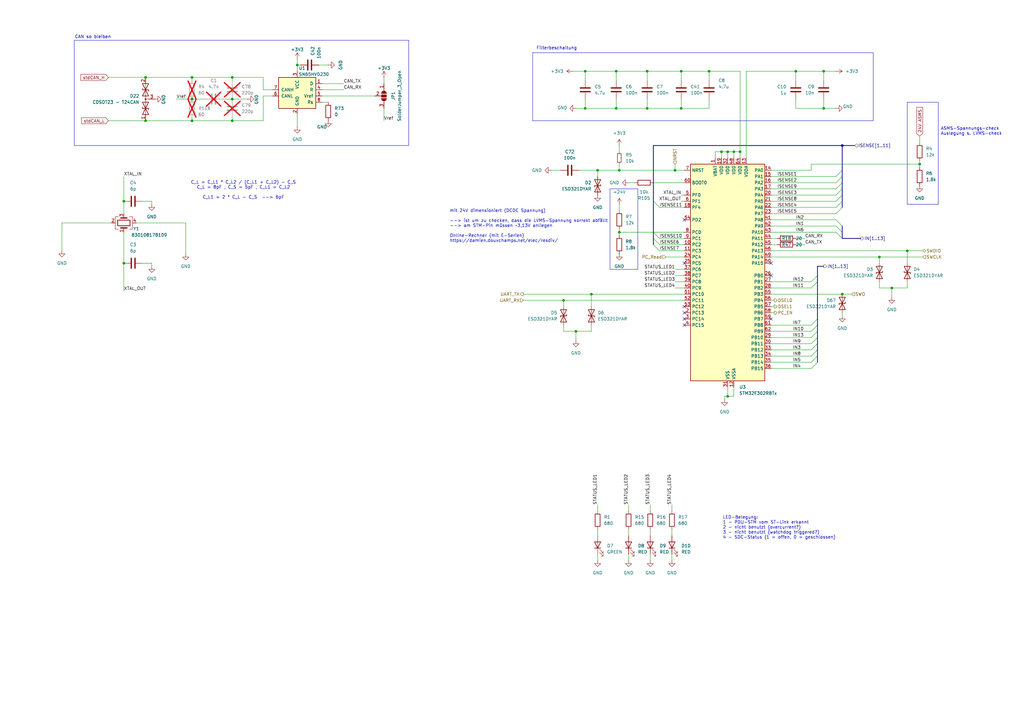
<source format=kicad_sch>
(kicad_sch
	(version 20231120)
	(generator "eeschema")
	(generator_version "8.0")
	(uuid "aa933140-9f4b-4735-968c-43a62bfa3dd4")
	(paper "A3")
	(title_block
		(title "PDU FT25")
		(date "2025-01-15")
		(rev "V1.2")
		(company "Janek Herm")
		(comment 1 "FaSTTUBe Electronics")
	)
	
	(junction
		(at 372.11 102.87)
		(diameter 0)
		(color 0 0 0 0)
		(uuid "011fb3dc-49db-4df5-b559-38f85c6453d7")
	)
	(junction
		(at 240.03 29.21)
		(diameter 0)
		(color 0 0 0 0)
		(uuid "1c1561dd-db1e-4379-88cb-32c62072201a")
	)
	(junction
		(at 95.25 31.75)
		(diameter 0)
		(color 0 0 0 0)
		(uuid "2909134b-3d57-4d2d-930f-c2f46d76c54e")
	)
	(junction
		(at 377.19 67.31)
		(diameter 0)
		(color 0 0 0 0)
		(uuid "311f828e-ff1f-4cf4-b987-2f4449bd4082")
	)
	(junction
		(at 95.25 49.53)
		(diameter 0)
		(color 0 0 0 0)
		(uuid "32bc5ba3-b62b-42dc-82e3-cb95cb6a2278")
	)
	(junction
		(at 345.44 59.69)
		(diameter 0)
		(color 0 0 0 0)
		(uuid "336ecfe3-4b6c-4c03-ad58-6e9f8ed49a93")
	)
	(junction
		(at 50.8 107.95)
		(diameter 0)
		(color 0 0 0 0)
		(uuid "3f0abc7e-c41f-457d-9166-5787dc6750ec")
	)
	(junction
		(at 78.74 40.64)
		(diameter 0)
		(color 0 0 0 0)
		(uuid "470305e6-4469-423b-a0b1-e2953ae99fd0")
	)
	(junction
		(at 298.45 162.56)
		(diameter 0)
		(color 0 0 0 0)
		(uuid "4a042d06-5575-481b-9363-db3682fcd0d8")
	)
	(junction
		(at 300.99 62.23)
		(diameter 0)
		(color 0 0 0 0)
		(uuid "4a5d67a8-f458-4ca3-8b92-21a112e0f4b4")
	)
	(junction
		(at 345.44 120.65)
		(diameter 0)
		(color 0 0 0 0)
		(uuid "5313608d-9ab5-48e5-82e8-55e235e03479")
	)
	(junction
		(at 337.82 44.45)
		(diameter 0)
		(color 0 0 0 0)
		(uuid "60d16c02-84b1-46a4-a9a4-92263b8dcb49")
	)
	(junction
		(at 231.14 123.19)
		(diameter 0)
		(color 0 0 0 0)
		(uuid "626ea7c1-1f42-4e13-92ec-5605ebdee387")
	)
	(junction
		(at 265.43 29.21)
		(diameter 0)
		(color 0 0 0 0)
		(uuid "67916b88-e6d0-4b5a-9f27-3bf6035e0635")
	)
	(junction
		(at 240.03 44.45)
		(diameter 0)
		(color 0 0 0 0)
		(uuid "7b12ecee-0c67-4465-8158-f60ce921a82f")
	)
	(junction
		(at 59.69 49.53)
		(diameter 0)
		(color 0 0 0 0)
		(uuid "7d48d275-4def-49ef-b085-5aa0c138e2f0")
	)
	(junction
		(at 326.39 29.21)
		(diameter 0)
		(color 0 0 0 0)
		(uuid "8065c336-233f-4333-8fb9-b0cf210d8d84")
	)
	(junction
		(at 252.73 29.21)
		(diameter 0)
		(color 0 0 0 0)
		(uuid "81124fb1-9228-4404-b2ec-46da02e0191c")
	)
	(junction
		(at 365.76 118.11)
		(diameter 0)
		(color 0 0 0 0)
		(uuid "82270b0f-876d-4834-8031-39dfa01b2c6f")
	)
	(junction
		(at 303.53 62.23)
		(diameter 0)
		(color 0 0 0 0)
		(uuid "92181147-f6d9-4a30-9e52-285e8f653835")
	)
	(junction
		(at 78.74 31.75)
		(diameter 0)
		(color 0 0 0 0)
		(uuid "952a4c72-7ac6-4c90-b284-d228a11ad936")
	)
	(junction
		(at 242.57 120.65)
		(diameter 0)
		(color 0 0 0 0)
		(uuid "95a581c5-e4bd-45c4-96a0-197a7042ffb5")
	)
	(junction
		(at 295.91 62.23)
		(diameter 0)
		(color 0 0 0 0)
		(uuid "9d39e635-6ccb-4356-8a35-e6683e33abc6")
	)
	(junction
		(at 265.43 44.45)
		(diameter 0)
		(color 0 0 0 0)
		(uuid "a024b72b-5e3f-46fb-a2e4-a5878e8a88f4")
	)
	(junction
		(at 254 95.25)
		(diameter 0)
		(color 0 0 0 0)
		(uuid "aaccc812-c088-498a-befd-eb96b122b5fd")
	)
	(junction
		(at 276.86 69.85)
		(diameter 0)
		(color 0 0 0 0)
		(uuid "bb8bbc0e-59ca-4c70-96e1-574d2a709031")
	)
	(junction
		(at 236.22 135.89)
		(diameter 0)
		(color 0 0 0 0)
		(uuid "bbf3a917-6a04-4fd5-b852-be679d151fde")
	)
	(junction
		(at 290.83 29.21)
		(diameter 0)
		(color 0 0 0 0)
		(uuid "c3804580-880e-42ec-9ac0-0d99145ce20d")
	)
	(junction
		(at 252.73 44.45)
		(diameter 0)
		(color 0 0 0 0)
		(uuid "cb8dda75-074d-4c4c-adc1-368befa4d039")
	)
	(junction
		(at 59.69 31.75)
		(diameter 0)
		(color 0 0 0 0)
		(uuid "d75b7bf1-045e-4ebc-ba5e-d28f4f4c79ce")
	)
	(junction
		(at 245.11 69.85)
		(diameter 0)
		(color 0 0 0 0)
		(uuid "dfeaeceb-2205-4019-aa61-2b137b393fbc")
	)
	(junction
		(at 254 69.85)
		(diameter 0)
		(color 0 0 0 0)
		(uuid "e2b50f20-59e9-4842-97d3-a31cc6b12de2")
	)
	(junction
		(at 121.92 26.67)
		(diameter 0)
		(color 0 0 0 0)
		(uuid "e2d03ef5-6f0d-42ac-b206-09a65441fc7c")
	)
	(junction
		(at 78.74 49.53)
		(diameter 0)
		(color 0 0 0 0)
		(uuid "e3bee0d1-ee56-45a2-b990-12f34ff6079d")
	)
	(junction
		(at 360.68 105.41)
		(diameter 0)
		(color 0 0 0 0)
		(uuid "efedf725-2801-4356-be55-6b5641a8266e")
	)
	(junction
		(at 95.25 40.64)
		(diameter 0)
		(color 0 0 0 0)
		(uuid "effeb44b-6653-4665-8798-a89e5d31ce18")
	)
	(junction
		(at 337.82 29.21)
		(diameter 0)
		(color 0 0 0 0)
		(uuid "f3432773-749d-40c3-8aa7-240cc93fb599")
	)
	(junction
		(at 298.45 62.23)
		(diameter 0)
		(color 0 0 0 0)
		(uuid "f5034439-030d-403b-8d95-4d009b618e77")
	)
	(junction
		(at 279.4 44.45)
		(diameter 0)
		(color 0 0 0 0)
		(uuid "f79ecdf7-8915-4abb-bd2a-27ce32ad523f")
	)
	(junction
		(at 50.8 82.55)
		(diameter 0)
		(color 0 0 0 0)
		(uuid "fae630a0-039d-4377-924c-fa0472bec5a4")
	)
	(junction
		(at 279.4 29.21)
		(diameter 0)
		(color 0 0 0 0)
		(uuid "fc270b45-755a-4224-a4f1-a9ea4d6490f5")
	)
	(no_connect
		(at 280.67 125.73)
		(uuid "3d18cbec-9d6d-4b25-acd5-d8fdd5b8b0be")
	)
	(no_connect
		(at 280.67 90.17)
		(uuid "4865fe96-237f-418e-93a3-2eaf2c765084")
	)
	(no_connect
		(at 280.67 133.35)
		(uuid "7856be83-4d7c-4af7-b194-20664f9d8832")
	)
	(no_connect
		(at 316.23 113.03)
		(uuid "8dac3224-e958-4a1c-876d-20be0b6c8628")
	)
	(no_connect
		(at 316.23 107.95)
		(uuid "8f06113e-c45d-4956-805b-218f9b13b4e8")
	)
	(no_connect
		(at 280.67 107.95)
		(uuid "969aafdd-ff23-44c3-be52-b64f08887ca4")
	)
	(no_connect
		(at 280.67 128.27)
		(uuid "abe8cae8-24bc-414c-8ea6-b1e7e6ab6cd4")
	)
	(no_connect
		(at 316.23 130.81)
		(uuid "f3edb4bb-b4ce-4188-b8ef-5f275d15386e")
	)
	(no_connect
		(at 280.67 130.81)
		(uuid "f93ca5e0-132f-4681-a72f-4e69937e5453")
	)
	(bus_entry
		(at 342.9 74.93)
		(size 2.54 -2.54)
		(stroke
			(width 0)
			(type default)
		)
		(uuid "0f44c7bf-42fb-4027-bf20-709ad1aa704a")
	)
	(bus_entry
		(at 332.74 143.51)
		(size 2.54 -2.54)
		(stroke
			(width 0)
			(type default)
		)
		(uuid "1a8c4578-18d3-4d5b-9d91-abbaf03e9138")
	)
	(bus_entry
		(at 342.9 82.55)
		(size 2.54 -2.54)
		(stroke
			(width 0)
			(type default)
		)
		(uuid "3746bdc5-d4d0-444e-a59d-ea02833a6a65")
	)
	(bus_entry
		(at 342.9 72.39)
		(size 2.54 -2.54)
		(stroke
			(width 0)
			(type default)
		)
		(uuid "3945f06b-623d-49c3-983b-f40b5edec678")
	)
	(bus_entry
		(at 342.9 87.63)
		(size 2.54 -2.54)
		(stroke
			(width 0)
			(type default)
		)
		(uuid "3ff9cecd-8190-4579-b1d8-07f660d68860")
	)
	(bus_entry
		(at 267.97 82.55)
		(size 2.54 2.54)
		(stroke
			(width 0)
			(type default)
		)
		(uuid "415918d5-945d-46a2-bcb2-58c2ce3f6977")
	)
	(bus_entry
		(at 332.74 118.11)
		(size 2.54 -2.54)
		(stroke
			(width 0)
			(type default)
		)
		(uuid "4957f270-e681-45e8-a176-90f5101326f9")
	)
	(bus_entry
		(at 342.9 77.47)
		(size 2.54 -2.54)
		(stroke
			(width 0)
			(type default)
		)
		(uuid "4c8b6feb-847b-42b4-8753-f006923bda77")
	)
	(bus_entry
		(at 342.9 95.25)
		(size 2.54 2.54)
		(stroke
			(width 0)
			(type default)
		)
		(uuid "52c108e7-42d8-40ea-9646-fd41e1b7635a")
	)
	(bus_entry
		(at 332.74 133.35)
		(size 2.54 -2.54)
		(stroke
			(width 0)
			(type default)
		)
		(uuid "56b096de-f889-42c6-a376-cc718212d028")
	)
	(bus_entry
		(at 332.74 140.97)
		(size 2.54 -2.54)
		(stroke
			(width 0)
			(type default)
		)
		(uuid "579023c9-aee9-4289-bcef-52162fcd86e4")
	)
	(bus_entry
		(at 342.9 90.17)
		(size 2.54 2.54)
		(stroke
			(width 0)
			(type default)
		)
		(uuid "5a9829a9-2752-40b1-90db-78e699e955aa")
	)
	(bus_entry
		(at 270.51 100.33)
		(size -2.54 -2.54)
		(stroke
			(width 0)
			(type default)
		)
		(uuid "64135b90-3a0c-4804-9fde-547c8272c55d")
	)
	(bus_entry
		(at 270.51 97.79)
		(size -2.54 -2.54)
		(stroke
			(width 0)
			(type default)
		)
		(uuid "6719ffa9-6a4f-44fe-8a9a-c324cb13ff44")
	)
	(bus_entry
		(at 342.9 92.71)
		(size 2.54 2.54)
		(stroke
			(width 0)
			(type default)
		)
		(uuid "6d55b9a8-3776-4f25-929e-c56e410e4a49")
	)
	(bus_entry
		(at 332.74 115.57)
		(size 2.54 -2.54)
		(stroke
			(width 0)
			(type default)
		)
		(uuid "7447557f-810c-4ffc-b3cf-e8a8b88576b2")
	)
	(bus_entry
		(at 270.51 102.87)
		(size -2.54 -2.54)
		(stroke
			(width 0)
			(type default)
		)
		(uuid "7ed18590-037b-413d-a1f3-a02291ce0ea9")
	)
	(bus_entry
		(at 332.74 148.59)
		(size 2.54 -2.54)
		(stroke
			(width 0)
			(type default)
		)
		(uuid "808fcb53-b6eb-4126-b4a3-839040796060")
	)
	(bus_entry
		(at 332.74 138.43)
		(size 2.54 -2.54)
		(stroke
			(width 0)
			(type default)
		)
		(uuid "90d7f3a5-58af-4177-955c-92363bd0700d")
	)
	(bus_entry
		(at 332.74 151.13)
		(size 2.54 -2.54)
		(stroke
			(width 0)
			(type default)
		)
		(uuid "96e2509f-440b-4476-a949-5afab6fe1157")
	)
	(bus_entry
		(at 342.9 80.01)
		(size 2.54 -2.54)
		(stroke
			(width 0)
			(type default)
		)
		(uuid "b0a68681-9431-48bb-8eb2-62215f344ead")
	)
	(bus_entry
		(at 342.9 85.09)
		(size 2.54 -2.54)
		(stroke
			(width 0)
			(type default)
		)
		(uuid "ea1a9b47-f76d-4abc-b8f5-fd23807434c3")
	)
	(bus_entry
		(at 332.74 146.05)
		(size 2.54 -2.54)
		(stroke
			(width 0)
			(type default)
		)
		(uuid "f601e2f6-d62a-4439-b759-53677e622b58")
	)
	(bus_entry
		(at 332.74 135.89)
		(size 2.54 -2.54)
		(stroke
			(width 0)
			(type default)
		)
		(uuid "fb76438c-e197-4f72-9ef1-1130912a6e42")
	)
	(wire
		(pts
			(xy 58.42 107.95) (xy 62.23 107.95)
		)
		(stroke
			(width 0)
			(type default)
		)
		(uuid "01bc861b-b165-42ff-8c3b-1565fa96b6cb")
	)
	(wire
		(pts
			(xy 377.19 58.42) (xy 377.19 55.88)
		)
		(stroke
			(width 0)
			(type default)
		)
		(uuid "02d18d42-d97e-4718-876a-30117100b9d9")
	)
	(wire
		(pts
			(xy 279.4 44.45) (xy 290.83 44.45)
		)
		(stroke
			(width 0)
			(type default)
		)
		(uuid "04342634-bf56-4170-94fb-99898055f07c")
	)
	(wire
		(pts
			(xy 121.92 26.67) (xy 123.19 26.67)
		)
		(stroke
			(width 0)
			(type default)
		)
		(uuid "04624f39-4f16-4cd8-945f-0c0f280b88d6")
	)
	(wire
		(pts
			(xy 111.76 36.83) (xy 107.95 36.83)
		)
		(stroke
			(width 0)
			(type default)
		)
		(uuid "04ce5f16-006c-484e-9448-6f35bc303ded")
	)
	(wire
		(pts
			(xy 298.45 64.77) (xy 298.45 62.23)
		)
		(stroke
			(width 0)
			(type default)
		)
		(uuid "0635cc89-ab21-411b-b2fb-734cbbdf8e6c")
	)
	(wire
		(pts
			(xy 72.39 40.64) (xy 78.74 40.64)
		)
		(stroke
			(width 0)
			(type default)
		)
		(uuid "067e1c89-22ea-4cd0-ac58-970449aa4157")
	)
	(wire
		(pts
			(xy 360.68 118.11) (xy 365.76 118.11)
		)
		(stroke
			(width 0)
			(type default)
		)
		(uuid "06af84a9-4fe0-46df-a673-fdffb9ae579b")
	)
	(wire
		(pts
			(xy 265.43 44.45) (xy 279.4 44.45)
		)
		(stroke
			(width 0)
			(type default)
		)
		(uuid "06cd50e4-a84d-4173-93ad-9c195c5ec8b1")
	)
	(wire
		(pts
			(xy 132.08 36.83) (xy 140.97 36.83)
		)
		(stroke
			(width 0)
			(type default)
		)
		(uuid "07d36fce-b92d-4ebb-924c-b0c58b3ef7ca")
	)
	(wire
		(pts
			(xy 254 95.25) (xy 267.97 95.25)
		)
		(stroke
			(width 0)
			(type default)
		)
		(uuid "08e5a2d8-f52d-4e51-88ae-1aa4173a3966")
	)
	(wire
		(pts
			(xy 326.39 100.33) (xy 330.2 100.33)
		)
		(stroke
			(width 0)
			(type default)
		)
		(uuid "09722ccd-1166-497f-a94c-e44e9be372b5")
	)
	(wire
		(pts
			(xy 293.37 62.23) (xy 295.91 62.23)
		)
		(stroke
			(width 0)
			(type default)
		)
		(uuid "0ad49cbe-2a59-4aad-8360-58993f3de25e")
	)
	(wire
		(pts
			(xy 273.05 105.41) (xy 280.67 105.41)
		)
		(stroke
			(width 0)
			(type default)
		)
		(uuid "0bc28ca4-8f1e-4623-ac18-3bdbbf65d63a")
	)
	(wire
		(pts
			(xy 266.7 207.01) (xy 266.7 209.55)
		)
		(stroke
			(width 0)
			(type default)
		)
		(uuid "0bf4fa6e-f353-4c5b-89b0-744fdf8daf9d")
	)
	(wire
		(pts
			(xy 78.74 31.75) (xy 78.74 33.02)
		)
		(stroke
			(width 0)
			(type default)
		)
		(uuid "0ea186d4-0575-4211-a5c2-c47d1a397213")
	)
	(bus
		(pts
			(xy 345.44 92.71) (xy 345.44 95.25)
		)
		(stroke
			(width 0)
			(type default)
		)
		(uuid "11f67c83-3ffd-46d0-aec1-8c99a833f6e3")
	)
	(wire
		(pts
			(xy 240.03 44.45) (xy 252.73 44.45)
		)
		(stroke
			(width 0)
			(type default)
		)
		(uuid "1231f68a-96d2-44b7-8d3c-b74c91867cc1")
	)
	(wire
		(pts
			(xy 78.74 48.26) (xy 78.74 49.53)
		)
		(stroke
			(width 0)
			(type default)
		)
		(uuid "129613d9-101d-4f0c-8d4a-a64ce9206fbe")
	)
	(wire
		(pts
			(xy 252.73 29.21) (xy 265.43 29.21)
		)
		(stroke
			(width 0)
			(type default)
		)
		(uuid "1351a6f2-d547-4c92-a7bd-fc66aa2b7b1c")
	)
	(wire
		(pts
			(xy 242.57 133.35) (xy 242.57 135.89)
		)
		(stroke
			(width 0)
			(type default)
		)
		(uuid "1465ca23-40a4-46ec-b0f8-03f7ee145ad2")
	)
	(wire
		(pts
			(xy 132.08 41.91) (xy 134.62 41.91)
		)
		(stroke
			(width 0)
			(type default)
		)
		(uuid "14f3c7a6-d742-4322-bb88-1c8b862b32bd")
	)
	(wire
		(pts
			(xy 316.23 85.09) (xy 342.9 85.09)
		)
		(stroke
			(width 0)
			(type default)
		)
		(uuid "1563780a-b8ea-48ce-ab08-85a32f8ef187")
	)
	(wire
		(pts
			(xy 50.8 72.39) (xy 50.8 82.55)
		)
		(stroke
			(width 0)
			(type default)
		)
		(uuid "156a91e1-7575-43e4-ad21-502973462c11")
	)
	(wire
		(pts
			(xy 231.14 135.89) (xy 231.14 133.35)
		)
		(stroke
			(width 0)
			(type default)
		)
		(uuid "157e1d50-e501-4dc1-82d3-3f6de57d9811")
	)
	(wire
		(pts
			(xy 242.57 120.65) (xy 280.67 120.65)
		)
		(stroke
			(width 0)
			(type default)
		)
		(uuid "1c82b389-0ccd-411f-b0dd-64169c5ee93b")
	)
	(wire
		(pts
			(xy 270.51 85.09) (xy 280.67 85.09)
		)
		(stroke
			(width 0)
			(type default)
		)
		(uuid "1ddaf174-0c95-486d-ba76-21612d5dfbc2")
	)
	(wire
		(pts
			(xy 245.11 227.33) (xy 245.11 229.87)
		)
		(stroke
			(width 0)
			(type default)
		)
		(uuid "1f718422-99da-4137-9d23-e032c03b928c")
	)
	(wire
		(pts
			(xy 78.74 49.53) (xy 95.25 49.53)
		)
		(stroke
			(width 0)
			(type default)
		)
		(uuid "20098200-20b7-498b-9c5a-1c253e7e5f5b")
	)
	(bus
		(pts
			(xy 345.44 69.85) (xy 345.44 72.39)
		)
		(stroke
			(width 0)
			(type default)
		)
		(uuid "2251dd67-3d1a-45bd-95a7-174c40e8a15b")
	)
	(wire
		(pts
			(xy 55.88 91.44) (xy 76.2 91.44)
		)
		(stroke
			(width 0)
			(type default)
		)
		(uuid "237a38f9-6614-4bbc-b48b-aa6c4183ece0")
	)
	(wire
		(pts
			(xy 377.19 66.04) (xy 377.19 67.31)
		)
		(stroke
			(width 0)
			(type default)
		)
		(uuid "242ca8e3-8ac4-4d29-8295-d68ee03413d1")
	)
	(wire
		(pts
			(xy 372.11 102.87) (xy 378.46 102.87)
		)
		(stroke
			(width 0)
			(type default)
		)
		(uuid "24abb6d5-4626-4519-b279-895ef4faf25c")
	)
	(wire
		(pts
			(xy 121.92 24.13) (xy 121.92 26.67)
		)
		(stroke
			(width 0)
			(type default)
		)
		(uuid "253308ce-4f34-45f1-a309-15a60f1e19ef")
	)
	(bus
		(pts
			(xy 335.28 130.81) (xy 335.28 133.35)
		)
		(stroke
			(width 0)
			(type default)
		)
		(uuid "25755da5-b2ff-4cff-8bc2-24cd8eade220")
	)
	(bus
		(pts
			(xy 345.44 74.93) (xy 345.44 77.47)
		)
		(stroke
			(width 0)
			(type default)
		)
		(uuid "262d263f-f433-4679-862b-308035de0a2b")
	)
	(wire
		(pts
			(xy 377.19 67.31) (xy 377.19 68.58)
		)
		(stroke
			(width 0)
			(type default)
		)
		(uuid "26bc09cc-8c0a-4375-86fc-e47074c1f63b")
	)
	(wire
		(pts
			(xy 44.45 49.53) (xy 59.69 49.53)
		)
		(stroke
			(width 0)
			(type default)
		)
		(uuid "274e5ee3-d781-4532-b53c-05387a81ff92")
	)
	(wire
		(pts
			(xy 316.23 118.11) (xy 332.74 118.11)
		)
		(stroke
			(width 0)
			(type default)
		)
		(uuid "2887116b-bea2-468f-885b-5166edebab89")
	)
	(wire
		(pts
			(xy 95.25 48.26) (xy 95.25 49.53)
		)
		(stroke
			(width 0)
			(type default)
		)
		(uuid "2c36341c-e8ad-4c3f-828b-51d06c455951")
	)
	(wire
		(pts
			(xy 231.14 123.19) (xy 231.14 125.73)
		)
		(stroke
			(width 0)
			(type default)
		)
		(uuid "2c550914-75dd-41a4-85f1-6281fd0a4d4b")
	)
	(wire
		(pts
			(xy 297.18 162.56) (xy 297.18 163.83)
		)
		(stroke
			(width 0)
			(type default)
		)
		(uuid "2e6a84cd-4428-4a5b-8eac-d5d5a9e09196")
	)
	(wire
		(pts
			(xy 265.43 44.45) (xy 252.73 44.45)
		)
		(stroke
			(width 0)
			(type default)
		)
		(uuid "30049d16-312a-40c3-b4e3-d52ec94734e7")
	)
	(bus
		(pts
			(xy 335.28 146.05) (xy 335.28 148.59)
		)
		(stroke
			(width 0)
			(type default)
		)
		(uuid "309f5f35-3328-4fa8-b4c3-460525690a03")
	)
	(wire
		(pts
			(xy 316.23 72.39) (xy 342.9 72.39)
		)
		(stroke
			(width 0)
			(type default)
		)
		(uuid "31d32d8b-498b-4e2e-a65c-ff11263582c5")
	)
	(wire
		(pts
			(xy 254 86.36) (xy 254 83.82)
		)
		(stroke
			(width 0)
			(type default)
		)
		(uuid "336dd7a3-3351-448e-a2f7-0a868d778216")
	)
	(wire
		(pts
			(xy 236.22 135.89) (xy 236.22 139.7)
		)
		(stroke
			(width 0)
			(type default)
		)
		(uuid "3391f9c0-1432-4401-8274-c3c771b182a4")
	)
	(bus
		(pts
			(xy 267.97 95.25) (xy 267.97 97.79)
		)
		(stroke
			(width 0)
			(type default)
		)
		(uuid "33f73685-2792-44e9-b5b0-05bbf7fcddaf")
	)
	(wire
		(pts
			(xy 266.7 217.17) (xy 266.7 219.71)
		)
		(stroke
			(width 0)
			(type default)
		)
		(uuid "34478a33-d1b1-4338-b1b6-16785ed628a0")
	)
	(bus
		(pts
			(xy 345.44 59.69) (xy 345.44 69.85)
		)
		(stroke
			(width 0)
			(type default)
		)
		(uuid "35dec71b-26c6-47fc-8b49-5e8e283a85f2")
	)
	(wire
		(pts
			(xy 270.51 100.33) (xy 280.67 100.33)
		)
		(stroke
			(width 0)
			(type default)
		)
		(uuid "374ea217-4be8-4b55-9567-a3387401ee1c")
	)
	(wire
		(pts
			(xy 342.9 44.45) (xy 337.82 44.45)
		)
		(stroke
			(width 0)
			(type default)
		)
		(uuid "380ed02c-02ec-493d-8e7a-a4d524cb20de")
	)
	(wire
		(pts
			(xy 316.23 138.43) (xy 332.74 138.43)
		)
		(stroke
			(width 0)
			(type default)
		)
		(uuid "3a208043-40df-48e3-96d8-2487d26fc72c")
	)
	(wire
		(pts
			(xy 236.22 44.45) (xy 240.03 44.45)
		)
		(stroke
			(width 0)
			(type default)
		)
		(uuid "3ad73296-22dc-403c-848b-592e5ee820e8")
	)
	(wire
		(pts
			(xy 280.67 118.11) (xy 276.86 118.11)
		)
		(stroke
			(width 0)
			(type default)
		)
		(uuid "3bf0defa-f434-4da3-9852-926b797769df")
	)
	(wire
		(pts
			(xy 306.07 29.21) (xy 326.39 29.21)
		)
		(stroke
			(width 0)
			(type default)
		)
		(uuid "3cf2ceea-35e9-4eb7-a160-b660911651bb")
	)
	(wire
		(pts
			(xy 267.97 95.25) (xy 280.67 95.25)
		)
		(stroke
			(width 0)
			(type default)
		)
		(uuid "3d16aa63-6a30-475f-8032-7202d08f3907")
	)
	(wire
		(pts
			(xy 316.23 133.35) (xy 332.74 133.35)
		)
		(stroke
			(width 0)
			(type default)
		)
		(uuid "3e4b90b5-23af-4990-a30f-addd83c93519")
	)
	(wire
		(pts
			(xy 316.23 92.71) (xy 342.9 92.71)
		)
		(stroke
			(width 0)
			(type default)
		)
		(uuid "3f3265f9-c18a-4c90-9076-96d9d1762ce8")
	)
	(wire
		(pts
			(xy 303.53 62.23) (xy 303.53 29.21)
		)
		(stroke
			(width 0)
			(type default)
		)
		(uuid "3fbf1dcd-d369-4d97-86e5-0d64166f1695")
	)
	(wire
		(pts
			(xy 111.76 39.37) (xy 107.95 39.37)
		)
		(stroke
			(width 0)
			(type default)
		)
		(uuid "433a9bd0-c4d3-45af-9bb9-a8a1648b5d0a")
	)
	(wire
		(pts
			(xy 44.45 31.75) (xy 59.69 31.75)
		)
		(stroke
			(width 0)
			(type default)
		)
		(uuid "4412c598-e00c-403a-a5e8-1df1ebe79e2c")
	)
	(bus
		(pts
			(xy 345.44 77.47) (xy 345.44 80.01)
		)
		(stroke
			(width 0)
			(type default)
		)
		(uuid "446d3b8a-b184-43ef-a483-c9827ee7e5e8")
	)
	(wire
		(pts
			(xy 279.4 29.21) (xy 290.83 29.21)
		)
		(stroke
			(width 0)
			(type default)
		)
		(uuid "44b7664b-4334-4003-b151-630ab004c928")
	)
	(wire
		(pts
			(xy 372.11 118.11) (xy 365.76 118.11)
		)
		(stroke
			(width 0)
			(type default)
		)
		(uuid "4800bad9-6f06-4d3c-bf38-d17eb414de1d")
	)
	(wire
		(pts
			(xy 134.62 26.67) (xy 130.81 26.67)
		)
		(stroke
			(width 0)
			(type default)
		)
		(uuid "488018a1-c63c-4e72-9bd5-1976cce0172a")
	)
	(wire
		(pts
			(xy 316.23 115.57) (xy 332.74 115.57)
		)
		(stroke
			(width 0)
			(type default)
		)
		(uuid "49c8365a-ca95-400b-ad63-9129e1136d9e")
	)
	(wire
		(pts
			(xy 300.99 64.77) (xy 300.99 62.23)
		)
		(stroke
			(width 0)
			(type default)
		)
		(uuid "4a81f28c-0a6a-4076-8b7b-e8bba29c0ade")
	)
	(wire
		(pts
			(xy 360.68 105.41) (xy 378.46 105.41)
		)
		(stroke
			(width 0)
			(type default)
		)
		(uuid "4b0fb995-16e8-4924-9090-aa604e816928")
	)
	(wire
		(pts
			(xy 265.43 40.64) (xy 265.43 44.45)
		)
		(stroke
			(width 0)
			(type default)
		)
		(uuid "4b690891-d34d-4a2c-b54b-a2bcf5e0cc9f")
	)
	(bus
		(pts
			(xy 267.97 59.69) (xy 267.97 82.55)
		)
		(stroke
			(width 0)
			(type default)
		)
		(uuid "4ba8ccba-e453-4230-9b0a-2d1e0788caac")
	)
	(wire
		(pts
			(xy 78.74 40.64) (xy 83.82 40.64)
		)
		(stroke
			(width 0)
			(type default)
		)
		(uuid "4bd024fb-1685-452e-a6bf-c127e24ffee7")
	)
	(wire
		(pts
			(xy 280.67 113.03) (xy 276.86 113.03)
		)
		(stroke
			(width 0)
			(type default)
		)
		(uuid "4d686276-809a-44e4-b3e6-33295a39cb5e")
	)
	(wire
		(pts
			(xy 316.23 105.41) (xy 360.68 105.41)
		)
		(stroke
			(width 0)
			(type default)
		)
		(uuid "5041efb4-b0cd-4bdc-8e62-0fcb005a0b74")
	)
	(wire
		(pts
			(xy 59.69 49.53) (xy 78.74 49.53)
		)
		(stroke
			(width 0)
			(type default)
		)
		(uuid "506edc40-1449-4a7b-a3df-6fc0e696fc78")
	)
	(wire
		(pts
			(xy 345.44 120.65) (xy 349.25 120.65)
		)
		(stroke
			(width 0)
			(type default)
		)
		(uuid "5142e485-75a2-4b99-8639-39b54d2807f6")
	)
	(wire
		(pts
			(xy 316.23 74.93) (xy 342.9 74.93)
		)
		(stroke
			(width 0)
			(type default)
		)
		(uuid "51c6b7a0-c71a-4d20-abba-9f1e5de5eaa8")
	)
	(wire
		(pts
			(xy 214.63 120.65) (xy 242.57 120.65)
		)
		(stroke
			(width 0)
			(type default)
		)
		(uuid "5207cf23-6b89-48ca-94f2-bc37a24192fc")
	)
	(wire
		(pts
			(xy 267.97 74.93) (xy 280.67 74.93)
		)
		(stroke
			(width 0)
			(type default)
		)
		(uuid "5457882c-466e-435a-a493-eb45347e573f")
	)
	(wire
		(pts
			(xy 254 93.98) (xy 254 95.25)
		)
		(stroke
			(width 0)
			(type default)
		)
		(uuid "5594d980-1253-4a7d-8f92-fa49c6434d84")
	)
	(wire
		(pts
			(xy 275.59 227.33) (xy 275.59 229.87)
		)
		(stroke
			(width 0)
			(type default)
		)
		(uuid "573af0e6-6fab-4c99-875e-6675a452eab1")
	)
	(wire
		(pts
			(xy 290.83 33.02) (xy 290.83 29.21)
		)
		(stroke
			(width 0)
			(type default)
		)
		(uuid "5762d99e-3126-4890-9607-31256a488ae7")
	)
	(wire
		(pts
			(xy 316.23 143.51) (xy 332.74 143.51)
		)
		(stroke
			(width 0)
			(type default)
		)
		(uuid "57c4bab5-a989-445b-aaad-9f7fb046ca6b")
	)
	(wire
		(pts
			(xy 240.03 29.21) (xy 252.73 29.21)
		)
		(stroke
			(width 0)
			(type default)
		)
		(uuid "592440ee-12c4-4be4-984c-ce759230f308")
	)
	(wire
		(pts
			(xy 76.2 91.44) (xy 76.2 104.14)
		)
		(stroke
			(width 0)
			(type default)
		)
		(uuid "5a8b6040-441b-4b5f-9807-5cdf16a26ad5")
	)
	(wire
		(pts
			(xy 254 69.85) (xy 276.86 69.85)
		)
		(stroke
			(width 0)
			(type default)
		)
		(uuid "5bff72cf-84d5-4a35-a479-cee7167288e0")
	)
	(wire
		(pts
			(xy 298.45 162.56) (xy 297.18 162.56)
		)
		(stroke
			(width 0)
			(type default)
		)
		(uuid "5fa66723-a87b-4fd8-a7ed-6a6ee875c26b")
	)
	(bus
		(pts
			(xy 335.28 138.43) (xy 335.28 140.97)
		)
		(stroke
			(width 0)
			(type default)
		)
		(uuid "61312873-5fe1-42fd-9fb3-f775d083cf32")
	)
	(bus
		(pts
			(xy 345.44 80.01) (xy 345.44 82.55)
		)
		(stroke
			(width 0)
			(type default)
		)
		(uuid "63056bca-8aa2-4c61-9c04-4ba2d5dd7eae")
	)
	(wire
		(pts
			(xy 318.77 97.79) (xy 316.23 97.79)
		)
		(stroke
			(width 0)
			(type default)
		)
		(uuid "640e7ef2-ac50-4a3d-b491-720fc4ede5e4")
	)
	(wire
		(pts
			(xy 265.43 29.21) (xy 279.4 29.21)
		)
		(stroke
			(width 0)
			(type default)
		)
		(uuid "66b9af82-6c1b-407a-b830-0a7aa102153f")
	)
	(wire
		(pts
			(xy 245.11 69.85) (xy 254 69.85)
		)
		(stroke
			(width 0)
			(type default)
		)
		(uuid "66fbc815-56c4-4aa8-8b02-e2734d7501f7")
	)
	(wire
		(pts
			(xy 316.23 135.89) (xy 332.74 135.89)
		)
		(stroke
			(width 0)
			(type default)
		)
		(uuid "6b3f2e83-c285-4a0e-812a-970aa35eb8f3")
	)
	(wire
		(pts
			(xy 280.67 115.57) (xy 276.86 115.57)
		)
		(stroke
			(width 0)
			(type default)
		)
		(uuid "6c1e18e5-29de-4d47-831a-a5fba3321085")
	)
	(wire
		(pts
			(xy 276.86 67.31) (xy 276.86 69.85)
		)
		(stroke
			(width 0)
			(type default)
		)
		(uuid "70625563-a097-4b0a-a81d-15bb826a1032")
	)
	(wire
		(pts
			(xy 231.14 123.19) (xy 280.67 123.19)
		)
		(stroke
			(width 0)
			(type default)
		)
		(uuid "71fbcbc7-bf8a-4a19-9647-4c101a51522e")
	)
	(wire
		(pts
			(xy 242.57 120.65) (xy 242.57 125.73)
		)
		(stroke
			(width 0)
			(type default)
		)
		(uuid "73b98dab-d36d-4942-84f4-1c29626f61b6")
	)
	(wire
		(pts
			(xy 316.23 151.13) (xy 332.74 151.13)
		)
		(stroke
			(width 0)
			(type default)
		)
		(uuid "78a1b69a-85ae-4515-a0a1-e32eb2d8856e")
	)
	(wire
		(pts
			(xy 257.81 217.17) (xy 257.81 219.71)
		)
		(stroke
			(width 0)
			(type default)
		)
		(uuid "791a09bf-b5e3-4a76-ab8d-ab77a05166b1")
	)
	(wire
		(pts
			(xy 316.23 120.65) (xy 345.44 120.65)
		)
		(stroke
			(width 0)
			(type default)
		)
		(uuid "7afe081f-ff81-4631-9152-55ea34458800")
	)
	(wire
		(pts
			(xy 275.59 217.17) (xy 275.59 219.71)
		)
		(stroke
			(width 0)
			(type default)
		)
		(uuid "7bccdd04-4201-4262-afdb-1f717b63954d")
	)
	(wire
		(pts
			(xy 365.76 118.11) (xy 365.76 121.92)
		)
		(stroke
			(width 0)
			(type default)
		)
		(uuid "7ce15126-e46f-450a-88cf-bf021729bbd4")
	)
	(wire
		(pts
			(xy 300.99 162.56) (xy 298.45 162.56)
		)
		(stroke
			(width 0)
			(type default)
		)
		(uuid "7d3688bd-ee5d-46b9-bb87-c57b2f2ef841")
	)
	(wire
		(pts
			(xy 372.11 102.87) (xy 372.11 107.95)
		)
		(stroke
			(width 0)
			(type default)
		)
		(uuid "7d8e42e8-1bd0-4296-9880-9fba3a45d953")
	)
	(wire
		(pts
			(xy 157.48 44.45) (xy 157.48 49.53)
		)
		(stroke
			(width 0)
			(type default)
		)
		(uuid "7e2d27f6-8dc6-4db9-a014-b25d12f38c27")
	)
	(wire
		(pts
			(xy 318.77 100.33) (xy 316.23 100.33)
		)
		(stroke
			(width 0)
			(type default)
		)
		(uuid "7e9898dd-c6fc-4604-8d67-25d9df0d3ea7")
	)
	(wire
		(pts
			(xy 316.23 146.05) (xy 332.74 146.05)
		)
		(stroke
			(width 0)
			(type default)
		)
		(uuid "7ef32392-76db-40d3-a157-49cf1b4ba958")
	)
	(wire
		(pts
			(xy 252.73 44.45) (xy 252.73 40.64)
		)
		(stroke
			(width 0)
			(type default)
		)
		(uuid "7f21f788-b78d-4607-b25e-c29c60fd01ee")
	)
	(wire
		(pts
			(xy 332.74 67.31) (xy 377.19 67.31)
		)
		(stroke
			(width 0)
			(type default)
		)
		(uuid "81caabdd-9375-4e6a-b542-c27f630f4e32")
	)
	(wire
		(pts
			(xy 62.23 82.55) (xy 62.23 83.82)
		)
		(stroke
			(width 0)
			(type default)
		)
		(uuid "82d2361f-95f7-4d66-9957-8c501dd28cd9")
	)
	(wire
		(pts
			(xy 245.11 217.17) (xy 245.11 219.71)
		)
		(stroke
			(width 0)
			(type default)
		)
		(uuid "83d840ed-51d0-4a2b-8c4b-8841ec896b9f")
	)
	(wire
		(pts
			(xy 280.67 110.49) (xy 276.86 110.49)
		)
		(stroke
			(width 0)
			(type default)
		)
		(uuid "84ae6afc-bf8f-4321-8fe0-1256ddb2d700")
	)
	(wire
		(pts
			(xy 279.4 80.01) (xy 280.67 80.01)
		)
		(stroke
			(width 0)
			(type default)
		)
		(uuid "84f07f24-75f3-4cc7-b54e-ff3a21911909")
	)
	(wire
		(pts
			(xy 298.45 158.75) (xy 298.45 162.56)
		)
		(stroke
			(width 0)
			(type default)
		)
		(uuid "8505f2cd-1e7f-4f98-99a1-831800ae8140")
	)
	(wire
		(pts
			(xy 316.23 69.85) (xy 332.74 69.85)
		)
		(stroke
			(width 0)
			(type default)
		)
		(uuid "85819cca-689f-47d8-b803-634eac7c9223")
	)
	(wire
		(pts
			(xy 132.08 39.37) (xy 153.67 39.37)
		)
		(stroke
			(width 0)
			(type default)
		)
		(uuid "85e8d5ff-9194-472a-81fe-81f1d2fb2bc7")
	)
	(wire
		(pts
			(xy 279.4 29.21) (xy 279.4 33.02)
		)
		(stroke
			(width 0)
			(type default)
		)
		(uuid "86594fa4-96ef-4b6b-9fb4-99fd99a23170")
	)
	(wire
		(pts
			(xy 226.06 69.85) (xy 229.87 69.85)
		)
		(stroke
			(width 0)
			(type default)
		)
		(uuid "872cc783-8f89-4a31-8d69-30669783acd4")
	)
	(wire
		(pts
			(xy 298.45 62.23) (xy 300.99 62.23)
		)
		(stroke
			(width 0)
			(type default)
		)
		(uuid "87ddc8b3-f1a2-4d1c-91e8-606172ec47d6")
	)
	(wire
		(pts
			(xy 50.8 82.55) (xy 50.8 87.63)
		)
		(stroke
			(width 0)
			(type default)
		)
		(uuid "8cc9c820-3206-4fdf-b06d-d162614afe85")
	)
	(wire
		(pts
			(xy 316.23 95.25) (xy 342.9 95.25)
		)
		(stroke
			(width 0)
			(type default)
		)
		(uuid "8ce71bf8-38df-41cb-ae3c-5807499f1b40")
	)
	(wire
		(pts
			(xy 280.67 69.85) (xy 276.86 69.85)
		)
		(stroke
			(width 0)
			(type default)
		)
		(uuid "8e0c6015-c75f-4b40-8b31-6060fd9d7bdd")
	)
	(wire
		(pts
			(xy 257.81 207.01) (xy 257.81 209.55)
		)
		(stroke
			(width 0)
			(type default)
		)
		(uuid "91ab24a6-f08a-4e60-9cc2-e845e9436609")
	)
	(bus
		(pts
			(xy 335.28 133.35) (xy 335.28 135.89)
		)
		(stroke
			(width 0)
			(type default)
		)
		(uuid "93bb8650-5aae-410b-ba61-fa515d094bda")
	)
	(bus
		(pts
			(xy 267.97 59.69) (xy 345.44 59.69)
		)
		(stroke
			(width 0)
			(type default)
		)
		(uuid "96952c6d-506e-454c-b2d9-0948ab51e964")
	)
	(wire
		(pts
			(xy 260.35 74.93) (xy 257.81 74.93)
		)
		(stroke
			(width 0)
			(type default)
		)
		(uuid "96ba8d5b-8e4b-4926-a927-662bccc2db00")
	)
	(wire
		(pts
			(xy 240.03 33.02) (xy 240.03 29.21)
		)
		(stroke
			(width 0)
			(type default)
		)
		(uuid "96ed4aeb-ca18-43ce-b3d5-e2beccf8b493")
	)
	(bus
		(pts
			(xy 345.44 97.79) (xy 353.06 97.79)
		)
		(stroke
			(width 0)
			(type default)
		)
		(uuid "9726ac6b-182f-494a-96a9-8ad92728af28")
	)
	(wire
		(pts
			(xy 326.39 29.21) (xy 326.39 33.02)
		)
		(stroke
			(width 0)
			(type default)
		)
		(uuid "978b63ba-a51c-4bcc-8f6e-ce7e09ee5e8e")
	)
	(wire
		(pts
			(xy 245.11 69.85) (xy 245.11 72.39)
		)
		(stroke
			(width 0)
			(type default)
		)
		(uuid "97a0f518-37d8-4c54-b987-a70e8fcf889b")
	)
	(wire
		(pts
			(xy 295.91 64.77) (xy 295.91 62.23)
		)
		(stroke
			(width 0)
			(type default)
		)
		(uuid "99e28d3a-df39-45d6-a487-b1ca5e388bc1")
	)
	(wire
		(pts
			(xy 231.14 135.89) (xy 236.22 135.89)
		)
		(stroke
			(width 0)
			(type default)
		)
		(uuid "9b516c1e-2bbe-4e34-91fb-0d1eefd4b6ef")
	)
	(wire
		(pts
			(xy 326.39 40.64) (xy 326.39 44.45)
		)
		(stroke
			(width 0)
			(type default)
		)
		(uuid "9ba3c000-1f86-40f5-930e-17a4b93a145a")
	)
	(wire
		(pts
			(xy 300.99 158.75) (xy 300.99 162.56)
		)
		(stroke
			(width 0)
			(type default)
		)
		(uuid "9cc84406-31f7-4d0e-ad67-1f7cf798a249")
	)
	(bus
		(pts
			(xy 345.44 59.69) (xy 350.52 59.69)
		)
		(stroke
			(width 0)
			(type default)
		)
		(uuid "9ccbfe06-845b-49e2-82e7-bbf946473222")
	)
	(wire
		(pts
			(xy 59.69 31.75) (xy 78.74 31.75)
		)
		(stroke
			(width 0)
			(type default)
		)
		(uuid "9d321732-824c-479f-b7f6-8f39ef02dcc3")
	)
	(wire
		(pts
			(xy 62.23 107.95) (xy 62.23 109.22)
		)
		(stroke
			(width 0)
			(type default)
		)
		(uuid "a1cfd154-9e4c-4fa1-ae84-463076066448")
	)
	(wire
		(pts
			(xy 257.81 227.33) (xy 257.81 229.87)
		)
		(stroke
			(width 0)
			(type default)
		)
		(uuid "a4014b3b-9195-48e8-99e6-73147189ebcf")
	)
	(wire
		(pts
			(xy 326.39 44.45) (xy 337.82 44.45)
		)
		(stroke
			(width 0)
			(type default)
		)
		(uuid "a43cec6a-d0ed-46b8-aba0-fb17da6a7b27")
	)
	(wire
		(pts
			(xy 316.23 77.47) (xy 342.9 77.47)
		)
		(stroke
			(width 0)
			(type default)
		)
		(uuid "a45559c4-5009-4967-bb41-f08a50315a24")
	)
	(wire
		(pts
			(xy 316.23 140.97) (xy 332.74 140.97)
		)
		(stroke
			(width 0)
			(type default)
		)
		(uuid "a5ae0e91-8246-4a61-a617-896b3c268b2a")
	)
	(wire
		(pts
			(xy 337.82 40.64) (xy 337.82 44.45)
		)
		(stroke
			(width 0)
			(type default)
		)
		(uuid "a6b89ee7-afe8-418b-bf84-d68aeb398b0e")
	)
	(wire
		(pts
			(xy 306.07 29.21) (xy 306.07 64.77)
		)
		(stroke
			(width 0)
			(type default)
		)
		(uuid "a810b8d0-b173-40f9-a48d-d719fd48f49e")
	)
	(wire
		(pts
			(xy 332.74 69.85) (xy 332.74 67.31)
		)
		(stroke
			(width 0)
			(type default)
		)
		(uuid "a8113f14-7367-4784-b9e1-4b8b516eaa12")
	)
	(wire
		(pts
			(xy 265.43 29.21) (xy 265.43 33.02)
		)
		(stroke
			(width 0)
			(type default)
		)
		(uuid "a819c80f-747f-4919-8dfd-4e1fbe3e4983")
	)
	(wire
		(pts
			(xy 252.73 29.21) (xy 252.73 33.02)
		)
		(stroke
			(width 0)
			(type default)
		)
		(uuid "a8f2f973-3249-43a2-b027-2642782bdbb8")
	)
	(bus
		(pts
			(xy 337.82 109.22) (xy 335.28 109.22)
		)
		(stroke
			(width 0)
			(type default)
		)
		(uuid "aa0d9b0f-c318-42d8-9f8a-7062abad51ff")
	)
	(wire
		(pts
			(xy 372.11 115.57) (xy 372.11 118.11)
		)
		(stroke
			(width 0)
			(type default)
		)
		(uuid "ab11de8b-d27d-4f17-8804-3d4f4ce95f50")
	)
	(wire
		(pts
			(xy 254 67.31) (xy 254 69.85)
		)
		(stroke
			(width 0)
			(type default)
		)
		(uuid "ac99119a-7289-4b7d-bf4e-fa24584fd5e5")
	)
	(bus
		(pts
			(xy 267.97 97.79) (xy 267.97 100.33)
		)
		(stroke
			(width 0)
			(type default)
		)
		(uuid "ad1f7770-d867-4af5-aee1-86e6022744f6")
	)
	(wire
		(pts
			(xy 107.95 36.83) (xy 107.95 31.75)
		)
		(stroke
			(width 0)
			(type default)
		)
		(uuid "ad5145d6-835e-40ef-8320-271a0d601a4e")
	)
	(wire
		(pts
			(xy 245.11 207.01) (xy 245.11 209.55)
		)
		(stroke
			(width 0)
			(type default)
		)
		(uuid "ae829c98-bff4-4d8a-81b0-64763e4c104a")
	)
	(wire
		(pts
			(xy 270.51 102.87) (xy 280.67 102.87)
		)
		(stroke
			(width 0)
			(type default)
		)
		(uuid "aec3c96b-d324-4c83-b01c-f4470e85d085")
	)
	(wire
		(pts
			(xy 316.23 102.87) (xy 372.11 102.87)
		)
		(stroke
			(width 0)
			(type default)
		)
		(uuid "afb8c704-4be3-4065-870b-a1b3eed5d064")
	)
	(bus
		(pts
			(xy 345.44 95.25) (xy 345.44 97.79)
		)
		(stroke
			(width 0)
			(type default)
		)
		(uuid "b06b1619-1c34-4cfd-8d33-f5e5d2709422")
	)
	(wire
		(pts
			(xy 316.23 125.73) (xy 317.5 125.73)
		)
		(stroke
			(width 0)
			(type default)
		)
		(uuid "b15fcba5-384c-4137-ac70-66f5f602bdd6")
	)
	(bus
		(pts
			(xy 335.28 115.57) (xy 335.28 130.81)
		)
		(stroke
			(width 0)
			(type default)
		)
		(uuid "b25f1883-7899-40e6-bea0-dda4b69bc806")
	)
	(wire
		(pts
			(xy 266.7 227.33) (xy 266.7 229.87)
		)
		(stroke
			(width 0)
			(type default)
		)
		(uuid "b2be58c1-4836-480e-aa3b-ac80cc322cb8")
	)
	(wire
		(pts
			(xy 234.95 29.21) (xy 240.03 29.21)
		)
		(stroke
			(width 0)
			(type default)
		)
		(uuid "b2c18a8b-1856-404b-9568-1fbaa6d1aa7d")
	)
	(wire
		(pts
			(xy 300.99 62.23) (xy 303.53 62.23)
		)
		(stroke
			(width 0)
			(type default)
		)
		(uuid "b4d4436b-1e97-4b71-9d4a-efec7c2d29a0")
	)
	(wire
		(pts
			(xy 121.92 26.67) (xy 121.92 29.21)
		)
		(stroke
			(width 0)
			(type default)
		)
		(uuid "b59d0d87-af1c-44b8-8c95-246a18525198")
	)
	(wire
		(pts
			(xy 316.23 90.17) (xy 342.9 90.17)
		)
		(stroke
			(width 0)
			(type default)
		)
		(uuid "b694e302-39ae-4cec-8d85-dc68dfaa474a")
	)
	(wire
		(pts
			(xy 279.4 40.64) (xy 279.4 44.45)
		)
		(stroke
			(width 0)
			(type default)
		)
		(uuid "b8594858-a696-4f19-a9c8-df08777bfdd3")
	)
	(wire
		(pts
			(xy 316.23 123.19) (xy 317.5 123.19)
		)
		(stroke
			(width 0)
			(type default)
		)
		(uuid "bbb79d0e-0ba9-499f-bc7c-30b133b88b2a")
	)
	(wire
		(pts
			(xy 242.57 135.89) (xy 236.22 135.89)
		)
		(stroke
			(width 0)
			(type default)
		)
		(uuid "bd134b4f-2171-4eb5-86fc-5330b9a11363")
	)
	(wire
		(pts
			(xy 95.25 49.53) (xy 107.95 49.53)
		)
		(stroke
			(width 0)
			(type default)
		)
		(uuid "c2a42c62-e28b-43a6-8bb2-0a1f119a0e38")
	)
	(bus
		(pts
			(xy 345.44 72.39) (xy 345.44 74.93)
		)
		(stroke
			(width 0)
			(type default)
		)
		(uuid "c2c8d552-f034-4449-a3de-dedf3aad8f00")
	)
	(bus
		(pts
			(xy 335.28 135.89) (xy 335.28 138.43)
		)
		(stroke
			(width 0)
			(type default)
		)
		(uuid "c3730845-2d4f-471a-bb2e-3a0063f81c2c")
	)
	(wire
		(pts
			(xy 121.92 46.99) (xy 121.92 52.07)
		)
		(stroke
			(width 0)
			(type default)
		)
		(uuid "c3ec0945-321b-4b30-9522-0c21319a5f80")
	)
	(wire
		(pts
			(xy 107.95 39.37) (xy 107.95 49.53)
		)
		(stroke
			(width 0)
			(type default)
		)
		(uuid "c52a96ec-fb68-468e-b3cf-c886bc8728ae")
	)
	(bus
		(pts
			(xy 335.28 140.97) (xy 335.28 143.51)
		)
		(stroke
			(width 0)
			(type default)
		)
		(uuid "c54ff8af-a779-43fb-af24-bb46950bcc09")
	)
	(wire
		(pts
			(xy 132.08 34.29) (xy 140.97 34.29)
		)
		(stroke
			(width 0)
			(type default)
		)
		(uuid "c7a522df-9734-4702-b512-256d9a6e5778")
	)
	(wire
		(pts
			(xy 316.23 128.27) (xy 317.5 128.27)
		)
		(stroke
			(width 0)
			(type default)
		)
		(uuid "c9abefe4-3d70-46c7-a812-f3c50f80e825")
	)
	(wire
		(pts
			(xy 95.25 40.64) (xy 101.6 40.64)
		)
		(stroke
			(width 0)
			(type default)
		)
		(uuid "ca4d6cf7-17c8-4b62-ac2f-e6ef1ddb6abb")
	)
	(bus
		(pts
			(xy 345.44 82.55) (xy 345.44 85.09)
		)
		(stroke
			(width 0)
			(type default)
		)
		(uuid "ca8cfe9e-87ec-4a19-8f30-49bfa4505870")
	)
	(wire
		(pts
			(xy 316.23 148.59) (xy 332.74 148.59)
		)
		(stroke
			(width 0)
			(type default)
		)
		(uuid "ccec9f19-5dc7-4e41-9e22-3ba7de88e290")
	)
	(wire
		(pts
			(xy 91.44 40.64) (xy 95.25 40.64)
		)
		(stroke
			(width 0)
			(type default)
		)
		(uuid "d04a6fcf-4cdd-4d4d-b903-0c17ec3c718e")
	)
	(wire
		(pts
			(xy 25.4 91.44) (xy 45.72 91.44)
		)
		(stroke
			(width 0)
			(type default)
		)
		(uuid "d2c50efd-053f-4e2b-ab6b-ceb56e1390a6")
	)
	(wire
		(pts
			(xy 290.83 29.21) (xy 303.53 29.21)
		)
		(stroke
			(width 0)
			(type default)
		)
		(uuid "d30aab13-07f2-4457-b84a-c61ebd85324c")
	)
	(wire
		(pts
			(xy 237.49 69.85) (xy 245.11 69.85)
		)
		(stroke
			(width 0)
			(type default)
		)
		(uuid "d31fee49-a38b-402f-8bf8-bb45ee41492e")
	)
	(wire
		(pts
			(xy 290.83 40.64) (xy 290.83 44.45)
		)
		(stroke
			(width 0)
			(type default)
		)
		(uuid "d336c2f7-fd3c-4fa0-a3b6-30f66270e0dd")
	)
	(wire
		(pts
			(xy 50.8 95.25) (xy 50.8 107.95)
		)
		(stroke
			(width 0)
			(type default)
		)
		(uuid "d56de323-3a54-4038-a1e8-f67eb0943b0c")
	)
	(wire
		(pts
			(xy 157.48 34.29) (xy 157.48 31.75)
		)
		(stroke
			(width 0)
			(type default)
		)
		(uuid "d62ecc64-c152-4b0a-85bf-14bc416033b4")
	)
	(wire
		(pts
			(xy 275.59 207.01) (xy 275.59 209.55)
		)
		(stroke
			(width 0)
			(type default)
		)
		(uuid "d7c8bd47-7b73-4ea8-b196-0d40bce9a89c")
	)
	(wire
		(pts
			(xy 337.82 33.02) (xy 337.82 29.21)
		)
		(stroke
			(width 0)
			(type default)
		)
		(uuid "d952bab0-653b-435c-8a2f-6393719cdfa6")
	)
	(wire
		(pts
			(xy 25.4 91.44) (xy 25.4 102.87)
		)
		(stroke
			(width 0)
			(type default)
		)
		(uuid "dbad8be3-21c0-4e36-a154-4beb3e5395a5")
	)
	(wire
		(pts
			(xy 231.14 123.19) (xy 214.63 123.19)
		)
		(stroke
			(width 0)
			(type default)
		)
		(uuid "dbf144ae-e904-4368-a3cc-0269e933c61b")
	)
	(wire
		(pts
			(xy 316.23 80.01) (xy 342.9 80.01)
		)
		(stroke
			(width 0)
			(type default)
		)
		(uuid "dc7a3531-0422-497a-80c3-3ef7771970df")
	)
	(wire
		(pts
			(xy 326.39 97.79) (xy 330.2 97.79)
		)
		(stroke
			(width 0)
			(type default)
		)
		(uuid "ddac0376-e581-4f59-af0c-376284134561")
	)
	(wire
		(pts
			(xy 360.68 105.41) (xy 360.68 107.95)
		)
		(stroke
			(width 0)
			(type default)
		)
		(uuid "dde185dc-c1a6-4cff-a53f-51ea18e0f496")
	)
	(bus
		(pts
			(xy 335.28 113.03) (xy 335.28 115.57)
		)
		(stroke
			(width 0)
			(type default)
		)
		(uuid "de0a1780-03dc-4282-988e-24005d38b024")
	)
	(bus
		(pts
			(xy 335.28 109.22) (xy 335.28 113.03)
		)
		(stroke
			(width 0)
			(type default)
		)
		(uuid "df2cf0f7-cf69-4ceb-b9ba-dbfab7152832")
	)
	(wire
		(pts
			(xy 254 59.69) (xy 254 62.23)
		)
		(stroke
			(width 0)
			(type default)
		)
		(uuid "df962fbf-3186-49c7-b920-670e6de3619f")
	)
	(wire
		(pts
			(xy 270.51 97.79) (xy 280.67 97.79)
		)
		(stroke
			(width 0)
			(type default)
		)
		(uuid "e056fb87-e356-4c5f-a2aa-ef1101f35093")
	)
	(wire
		(pts
			(xy 295.91 62.23) (xy 298.45 62.23)
		)
		(stroke
			(width 0)
			(type default)
		)
		(uuid "e1b392db-7931-4964-964f-68fe177d16d9")
	)
	(wire
		(pts
			(xy 58.42 82.55) (xy 62.23 82.55)
		)
		(stroke
			(width 0)
			(type default)
		)
		(uuid "e226d350-8ebd-4450-9262-a530423ead9f")
	)
	(wire
		(pts
			(xy 360.68 118.11) (xy 360.68 115.57)
		)
		(stroke
			(width 0)
			(type default)
		)
		(uuid "e2e7c861-bb5f-4fb3-ad06-59502f28bab1")
	)
	(wire
		(pts
			(xy 326.39 29.21) (xy 337.82 29.21)
		)
		(stroke
			(width 0)
			(type default)
		)
		(uuid "e4c7bb4c-75bf-4ed2-b33c-57936b821a91")
	)
	(wire
		(pts
			(xy 279.4 82.55) (xy 280.67 82.55)
		)
		(stroke
			(width 0)
			(type default)
		)
		(uuid "e70d3f73-dbb7-4d50-9c00-19309e1069bb")
	)
	(wire
		(pts
			(xy 50.8 107.95) (xy 50.8 119.38)
		)
		(stroke
			(width 0)
			(type default)
		)
		(uuid "ec31fa83-8260-4c32-bd80-9faa55afb0f0")
	)
	(wire
		(pts
			(xy 342.9 29.21) (xy 337.82 29.21)
		)
		(stroke
			(width 0)
			(type default)
		)
		(uuid "ecfb946e-dee6-4e45-95fc-b5190899afab")
	)
	(wire
		(pts
			(xy 95.25 31.75) (xy 107.95 31.75)
		)
		(stroke
			(width 0)
			(type default)
		)
		(uuid "ed5581ec-24f0-4aee-86dc-8fa4679b5eb7")
	)
	(wire
		(pts
			(xy 78.74 31.75) (xy 95.25 31.75)
		)
		(stroke
			(width 0)
			(type default)
		)
		(uuid "ee9f27bc-a10a-47ba-a52b-a4e9281cde59")
	)
	(wire
		(pts
			(xy 254 96.52) (xy 254 95.25)
		)
		(stroke
			(width 0)
			(type default)
		)
		(uuid "efc60472-7e4b-42b7-b473-446bd5932cdd")
	)
	(wire
		(pts
			(xy 240.03 40.64) (xy 240.03 44.45)
		)
		(stroke
			(width 0)
			(type default)
		)
		(uuid "f8f11e7f-ddc0-4fe9-8460-b4625b615e14")
	)
	(bus
		(pts
			(xy 335.28 143.51) (xy 335.28 146.05)
		)
		(stroke
			(width 0)
			(type default)
		)
		(uuid "f9f6d47c-d436-48c3-84a7-f135566b17a6")
	)
	(wire
		(pts
			(xy 303.53 64.77) (xy 303.53 62.23)
		)
		(stroke
			(width 0)
			(type default)
		)
		(uuid "fa0fe15b-625c-4fcd-a37c-74e397977bdc")
	)
	(wire
		(pts
			(xy 293.37 64.77) (xy 293.37 62.23)
		)
		(stroke
			(width 0)
			(type default)
		)
		(uuid "fa6e5475-e914-4c66-8c18-c28d6966df60")
	)
	(wire
		(pts
			(xy 316.23 87.63) (xy 342.9 87.63)
		)
		(stroke
			(width 0)
			(type default)
		)
		(uuid "fb070b1a-fc87-466b-ab80-902a347329a6")
	)
	(wire
		(pts
			(xy 316.23 82.55) (xy 342.9 82.55)
		)
		(stroke
			(width 0)
			(type default)
		)
		(uuid "fd063ee6-d100-4124-856f-49d3dbfb70cc")
	)
	(wire
		(pts
			(xy 95.25 33.02) (xy 95.25 31.75)
		)
		(stroke
			(width 0)
			(type default)
		)
		(uuid "fdc82e97-42d6-4f95-a572-875294e7cd83")
	)
	(bus
		(pts
			(xy 267.97 82.55) (xy 267.97 95.25)
		)
		(stroke
			(width 0)
			(type default)
		)
		(uuid "fe9265b7-7bcf-4838-a8ac-0e0935210f58")
	)
	(wire
		(pts
			(xy 345.44 128.27) (xy 345.44 129.54)
		)
		(stroke
			(width 0)
			(type default)
		)
		(uuid "fee6a5c5-1dd1-42d8-b261-fac738d47e36")
	)
	(rectangle
		(start 30.48 16.51)
		(end 167.64 59.69)
		(stroke
			(width 0)
			(type default)
		)
		(fill
			(type none)
		)
		(uuid 30858d57-1cd2-4652-9a2a-71ae176ca307)
	)
	(rectangle
		(start 218.44 21.59)
		(end 358.14 49.53)
		(stroke
			(width 0)
			(type default)
		)
		(fill
			(type none)
		)
		(uuid 3681c90d-221f-46a9-accf-7ed7e4e2ed01)
	)
	(rectangle
		(start 372.11 41.91)
		(end 384.81 83.82)
		(stroke
			(width 0)
			(type default)
		)
		(fill
			(type none)
		)
		(uuid 5c2a6861-2558-43a8-9a0a-b3b4c549021a)
	)
	(rectangle
		(start 250.19 77.47)
		(end 261.62 110.49)
		(stroke
			(width 0)
			(type default)
		)
		(fill
			(type none)
		)
		(uuid 848af244-80b1-4e0e-8425-e5409fe46a43)
	)
	(text "C_L = C_L1 * C_L2 / (C_L1 + C_L2) - C_S\nC_L = 8pF , C_S = 5pF , C_L1 = C_L2\n\nC_L1 = 2 * C_L - C_S  --> 6pF"
		(exclude_from_sim no)
		(at 99.822 77.978 0)
		(effects
			(font
				(size 1.27 1.27)
			)
		)
		(uuid "1a8b17d6-89bd-48cd-9901-ea195dcd40b5")
	)
	(text "mit 24V dimensioniert (DCDC Spannung)\n\n--> ist um zu checken, dass die LVMS-Spannung korrekt abfällt\n--> am STM-Pin müssen ~3,13V anliegen\n\nOnline-Rechner (mit E-Serien)\nhttps://damien.douxchamps.net/elec/resdiv/"
		(exclude_from_sim no)
		(at 184.404 99.568 0)
		(effects
			(font
				(size 1.27 1.27)
			)
			(justify left bottom)
		)
		(uuid "367d726a-97e8-460e-bab0-87c8df58516c")
	)
	(text "LED-Belegung:\n1 - PDU-STM vom ST-Link erkannt\n2 - nicht benutzt (overcurrent?)\n3 - nicht benutzt (watchdog triggered?)\n4 - SDC-Status (1 = offen, 0 = geschlossen)"
		(exclude_from_sim no)
		(at 296.418 216.408 0)
		(effects
			(font
				(size 1.27 1.27)
			)
			(justify left)
		)
		(uuid "835b9fc7-013a-4810-82d1-557c1aa0c6b6")
	)
	(text "Filterbeschaltung"
		(exclude_from_sim no)
		(at 228.346 19.812 0)
		(effects
			(font
				(size 1.27 1.27)
				(thickness 0.1588)
			)
		)
		(uuid "9714d113-96a5-4f77-b0d7-d684f5bcbafd")
	)
	(text "ASMS-Spannungs-check\nAuslegung s. LVMS-check"
		(exclude_from_sim no)
		(at 385.826 53.848 0)
		(effects
			(font
				(size 1.27 1.27)
				(thickness 0.1588)
			)
			(justify left)
		)
		(uuid "a1440ace-dd70-473f-8221-426421028564")
	)
	(text "CAN so bleiben"
		(exclude_from_sim no)
		(at 38.1 15.24 0)
		(effects
			(font
				(size 1.27 1.27)
				(thickness 0.1588)
			)
		)
		(uuid "e9ee57ec-626f-42b3-8e6c-88928a6b9132")
	)
	(label "CAN_TX"
		(at 140.97 34.29 0)
		(fields_autoplaced yes)
		(effects
			(font
				(size 1.27 1.27)
			)
			(justify left bottom)
		)
		(uuid "0a4a85f7-6096-499c-b1c6-063823d9a123")
	)
	(label "ISENSE5"
		(at 318.77 87.63 0)
		(fields_autoplaced yes)
		(effects
			(font
				(size 1.27 1.27)
			)
			(justify left bottom)
		)
		(uuid "126ee22f-26ac-4cf3-bc03-97a317c5ce2c")
	)
	(label "ISENSE8"
		(at 318.77 82.55 0)
		(fields_autoplaced yes)
		(effects
			(font
				(size 1.27 1.27)
			)
			(justify left bottom)
		)
		(uuid "154df472-4d90-4f50-91f6-186fbc403218")
	)
	(label "IN10"
		(at 325.12 135.89 0)
		(fields_autoplaced yes)
		(effects
			(font
				(size 1.27 1.27)
			)
			(justify left bottom)
		)
		(uuid "2204e0a5-d9f1-431f-8775-629f5ad07f3b")
	)
	(label "STATUS_LED3"
		(at 266.7 207.01 90)
		(fields_autoplaced yes)
		(effects
			(font
				(size 1.27 1.27)
			)
			(justify left bottom)
		)
		(uuid "244b4271-67a7-4e0e-ae91-733b39936bcb")
	)
	(label "STATUS_LED2"
		(at 276.86 113.03 180)
		(fields_autoplaced yes)
		(effects
			(font
				(size 1.27 1.27)
			)
			(justify right bottom)
		)
		(uuid "24d54b28-0d06-4767-bc36-8dd8ba886bd2")
	)
	(label "ISENSE10"
		(at 270.51 97.79 0)
		(fields_autoplaced yes)
		(effects
			(font
				(size 1.27 1.27)
			)
			(justify left bottom)
		)
		(uuid "25f3d28f-e70b-49fb-b7af-006e32eb53a5")
	)
	(label "XTAL_IN"
		(at 279.4 80.01 180)
		(fields_autoplaced yes)
		(effects
			(font
				(size 1.27 1.27)
			)
			(justify right bottom)
		)
		(uuid "2700054e-68fa-495b-928c-9b79d0815b04")
	)
	(label "ISENSE11"
		(at 270.51 85.09 0)
		(fields_autoplaced yes)
		(effects
			(font
				(size 1.27 1.27)
			)
			(justify left bottom)
		)
		(uuid "29c82bec-ecb8-4b66-9e21-7c486de3d1fb")
	)
	(label "IN2"
		(at 326.39 90.17 0)
		(fields_autoplaced yes)
		(effects
			(font
				(size 1.27 1.27)
			)
			(justify left bottom)
		)
		(uuid "2fb05241-a1a2-48a8-b2a4-745e81b2402a")
	)
	(label "IN11"
		(at 325.12 118.11 0)
		(fields_autoplaced yes)
		(effects
			(font
				(size 1.27 1.27)
			)
			(justify left bottom)
		)
		(uuid "327e752d-5f59-49c4-a796-51bbd3da4a47")
	)
	(label "ISENSE9"
		(at 318.77 77.47 0)
		(fields_autoplaced yes)
		(effects
			(font
				(size 1.27 1.27)
			)
			(justify left bottom)
		)
		(uuid "4d425618-f1de-4447-85c6-4ad4ab1f287a")
	)
	(label "STATUS_LED4"
		(at 276.86 118.11 180)
		(fields_autoplaced yes)
		(effects
			(font
				(size 1.27 1.27)
			)
			(justify right bottom)
		)
		(uuid "53c0b140-216c-4cf2-a35c-3badaae31131")
	)
	(label "Vref"
		(at 157.48 49.53 0)
		(fields_autoplaced yes)
		(effects
			(font
				(size 1.27 1.27)
			)
			(justify left bottom)
		)
		(uuid "56641f54-fc43-4f46-af49-d6332e5c5487")
	)
	(label "IN3"
		(at 325.12 143.51 0)
		(fields_autoplaced yes)
		(effects
			(font
				(size 1.27 1.27)
			)
			(justify left bottom)
		)
		(uuid "57502eaf-54ac-4222-ace2-d313fa19c647")
	)
	(label "ISENSE7"
		(at 270.51 102.87 0)
		(fields_autoplaced yes)
		(effects
			(font
				(size 1.27 1.27)
			)
			(justify left bottom)
		)
		(uuid "5a98635b-fc9b-45c2-a770-8adbc8cd34a0")
	)
	(label "ISENSE3"
		(at 318.77 80.01 0)
		(fields_autoplaced yes)
		(effects
			(font
				(size 1.27 1.27)
			)
			(justify left bottom)
		)
		(uuid "5b6a7f15-9a2e-40a6-a98e-bbc1988b7c3a")
	)
	(label "IN1"
		(at 326.39 92.71 0)
		(fields_autoplaced yes)
		(effects
			(font
				(size 1.27 1.27)
			)
			(justify left bottom)
		)
		(uuid "66b91826-b772-452d-9134-7cc4374cea65")
	)
	(label "IN9"
		(at 325.12 140.97 0)
		(fields_autoplaced yes)
		(effects
			(font
				(size 1.27 1.27)
			)
			(justify left bottom)
		)
		(uuid "7bd42c32-4264-4950-804e-3de44e78aa5e")
	)
	(label "STATUS_LED1"
		(at 276.86 110.49 180)
		(fields_autoplaced yes)
		(effects
			(font
				(size 1.27 1.27)
			)
			(justify right bottom)
		)
		(uuid "7d4cdf5f-8674-465c-88bd-bfe4750353bb")
	)
	(label "STATUS_LED1"
		(at 245.11 207.01 90)
		(fields_autoplaced yes)
		(effects
			(font
				(size 1.27 1.27)
			)
			(justify left bottom)
		)
		(uuid "7d50187c-868b-41ac-9f84-ecff3800d770")
	)
	(label "STATUS_LED2"
		(at 257.81 207.01 90)
		(fields_autoplaced yes)
		(effects
			(font
				(size 1.27 1.27)
			)
			(justify left bottom)
		)
		(uuid "8177dc02-17dd-4cfa-86a2-02741849c02a")
	)
	(label "ISENSE6"
		(at 270.51 100.33 0)
		(fields_autoplaced yes)
		(effects
			(font
				(size 1.27 1.27)
			)
			(justify left bottom)
		)
		(uuid "8b38eb6d-ab82-4b13-8ea9-954b491513e2")
	)
	(label "CAN_RX"
		(at 140.97 36.83 0)
		(fields_autoplaced yes)
		(effects
			(font
				(size 1.27 1.27)
			)
			(justify left bottom)
		)
		(uuid "8eea8c8f-5f4c-45a3-a86e-62932248b2df")
	)
	(label "IN12"
		(at 325.12 115.57 0)
		(fields_autoplaced yes)
		(effects
			(font
				(size 1.27 1.27)
			)
			(justify left bottom)
		)
		(uuid "9cf21b30-0341-4565-ae2d-320b47e6d4db")
	)
	(label "ISENSE4"
		(at 318.77 85.09 0)
		(fields_autoplaced yes)
		(effects
			(font
				(size 1.27 1.27)
			)
			(justify left bottom)
		)
		(uuid "aa620f5b-bd01-4f69-b0b2-fb9cd317774b")
	)
	(label "XTAL_OUT"
		(at 279.4 82.55 180)
		(fields_autoplaced yes)
		(effects
			(font
				(size 1.27 1.27)
			)
			(justify right bottom)
		)
		(uuid "b03a82ef-b78e-4833-a8cb-fda08e3e2a0a")
	)
	(label "CAN_RX"
		(at 330.2 97.79 0)
		(fields_autoplaced yes)
		(effects
			(font
				(size 1.27 1.27)
			)
			(justify left bottom)
		)
		(uuid "bea5f28c-aa3a-4146-ac54-d8fb9aa1ba87")
	)
	(label "IN6"
		(at 326.39 95.25 0)
		(fields_autoplaced yes)
		(effects
			(font
				(size 1.27 1.27)
			)
			(justify left bottom)
		)
		(uuid "c233c081-18e3-47c7-afc0-0f3e9e2bddf1")
	)
	(label "XTAL_OUT"
		(at 50.8 119.38 0)
		(fields_autoplaced yes)
		(effects
			(font
				(size 1.27 1.27)
			)
			(justify left bottom)
		)
		(uuid "c36da402-000c-4da0-ad16-4df4eabd3a21")
	)
	(label "ISENSE2"
		(at 318.77 74.93 0)
		(fields_autoplaced yes)
		(effects
			(font
				(size 1.27 1.27)
			)
			(justify left bottom)
		)
		(uuid "c582e21b-9359-4889-b849-0740ff1cdb57")
	)
	(label "IN5"
		(at 325.12 148.59 0)
		(fields_autoplaced yes)
		(effects
			(font
				(size 1.27 1.27)
			)
			(justify left bottom)
		)
		(uuid "ca39cfff-e643-40bf-992e-2b7841bebdd5")
	)
	(label "ISENSE1"
		(at 318.77 72.39 0)
		(fields_autoplaced yes)
		(effects
			(font
				(size 1.27 1.27)
			)
			(justify left bottom)
		)
		(uuid "cc0247db-6082-4eec-886d-9388dddb1e47")
	)
	(label "XTAL_IN"
		(at 50.8 72.39 0)
		(fields_autoplaced yes)
		(effects
			(font
				(size 1.27 1.27)
			)
			(justify left bottom)
		)
		(uuid "cf6c05e5-4df6-4551-9719-dba090f99631")
	)
	(label "STATUS_LED4"
		(at 275.59 207.01 90)
		(fields_autoplaced yes)
		(effects
			(font
				(size 1.27 1.27)
			)
			(justify left bottom)
		)
		(uuid "d29af51d-2918-4fbe-83ad-f7301aeba3ca")
	)
	(label "STATUS_LED3"
		(at 276.86 115.57 180)
		(fields_autoplaced yes)
		(effects
			(font
				(size 1.27 1.27)
			)
			(justify right bottom)
		)
		(uuid "d8465161-f6d3-4413-94a8-1954b60c33b8")
	)
	(label "IN13"
		(at 325.12 138.43 0)
		(fields_autoplaced yes)
		(effects
			(font
				(size 1.27 1.27)
			)
			(justify left bottom)
		)
		(uuid "e53440a1-8fdb-4a80-95ec-92766113295c")
	)
	(label "IN8"
		(at 325.12 146.05 0)
		(fields_autoplaced yes)
		(effects
			(font
				(size 1.27 1.27)
			)
			(justify left bottom)
		)
		(uuid "ed44d4cc-4f14-47f5-b6a1-70d237ea456e")
	)
	(label "CAN_TX"
		(at 330.2 100.33 0)
		(fields_autoplaced yes)
		(effects
			(font
				(size 1.27 1.27)
			)
			(justify left bottom)
		)
		(uuid "f75abcf8-6655-4140-a9be-2df62eb97195")
	)
	(label "IN7"
		(at 325.12 133.35 0)
		(fields_autoplaced yes)
		(effects
			(font
				(size 1.27 1.27)
			)
			(justify left bottom)
		)
		(uuid "f88ced47-8894-439f-8325-98ab46f33536")
	)
	(label "IN4"
		(at 325.12 151.13 0)
		(fields_autoplaced yes)
		(effects
			(font
				(size 1.27 1.27)
			)
			(justify left bottom)
		)
		(uuid "fdb66257-22c7-4321-8407-1e3da5777445")
	)
	(label "Vref"
		(at 72.39 40.64 0)
		(fields_autoplaced yes)
		(effects
			(font
				(size 1.27 1.27)
			)
			(justify left bottom)
		)
		(uuid "fdfd967e-cf91-4b39-aaf1-bddb4af6e56f")
	)
	(global_label "24V ASMS"
		(shape input)
		(at 377.19 55.88 90)
		(fields_autoplaced yes)
		(effects
			(font
				(size 1.27 1.27)
			)
			(justify left)
		)
		(uuid "4fd422d5-6360-4e75-abeb-e49d9479d0df")
		(property "Intersheetrefs" "${INTERSHEET_REFS}"
			(at 377.19 43.4606 90)
			(effects
				(font
					(size 1.27 1.27)
				)
				(justify left)
				(hide yes)
			)
		)
	)
	(global_label "stdCAN_L"
		(shape input)
		(at 44.45 49.53 180)
		(fields_autoplaced yes)
		(effects
			(font
				(size 1.27 1.27)
			)
			(justify right)
		)
		(uuid "940ca071-b6ef-4367-96fe-723f969f3603")
		(property "Intersheetrefs" "${INTERSHEET_REFS}"
			(at 32.8772 49.53 0)
			(effects
				(font
					(size 1.27 1.27)
				)
				(justify right)
				(hide yes)
			)
		)
	)
	(global_label "stdCAN_H"
		(shape input)
		(at 44.45 31.75 180)
		(fields_autoplaced yes)
		(effects
			(font
				(size 1.27 1.27)
			)
			(justify right)
		)
		(uuid "c9e44886-f949-4d17-8a8b-dc44eb732d79")
		(property "Intersheetrefs" "${INTERSHEET_REFS}"
			(at 32.5748 31.75 0)
			(effects
				(font
					(size 1.27 1.27)
				)
				(justify right)
				(hide yes)
			)
		)
	)
	(hierarchical_label "DSEL0"
		(shape output)
		(at 317.5 123.19 0)
		(fields_autoplaced yes)
		(effects
			(font
				(size 1.27 1.27)
			)
			(justify left)
		)
		(uuid "1cfe9f42-9a97-43e1-93d2-6686b184870a")
	)
	(hierarchical_label "PC_Read"
		(shape input)
		(at 273.05 105.41 180)
		(fields_autoplaced yes)
		(effects
			(font
				(size 1.27 1.27)
			)
			(justify right)
		)
		(uuid "2caad2f6-19d2-4384-95dd-5261fb493090")
	)
	(hierarchical_label "SWO"
		(shape input)
		(at 349.25 120.65 0)
		(fields_autoplaced yes)
		(effects
			(font
				(size 1.27 1.27)
			)
			(justify left)
		)
		(uuid "33809206-140c-4153-895c-ccc4737632e3")
	)
	(hierarchical_label "IN[1..13]"
		(shape output)
		(at 353.06 97.79 0)
		(fields_autoplaced yes)
		(effects
			(font
				(size 1.27 1.27)
			)
			(justify left)
		)
		(uuid "52a90e71-7b37-436d-a5d2-72df2779deb7")
	)
	(hierarchical_label "NRST"
		(shape input)
		(at 276.86 67.31 90)
		(fields_autoplaced yes)
		(effects
			(font
				(size 1.27 1.27)
			)
			(justify left)
		)
		(uuid "6372f318-dcbb-46e3-89b9-5db553313a43")
	)
	(hierarchical_label "UART_TX"
		(shape output)
		(at 214.63 120.65 180)
		(fields_autoplaced yes)
		(effects
			(font
				(size 1.27 1.27)
			)
			(justify right)
		)
		(uuid "751cf304-81dc-4db4-9423-59d21c148f53")
	)
	(hierarchical_label "IN[1..13]"
		(shape output)
		(at 337.82 109.22 0)
		(fields_autoplaced yes)
		(effects
			(font
				(size 1.27 1.27)
			)
			(justify left)
		)
		(uuid "8b7e5fbf-b318-4147-b68c-5d94db1c8aa1")
	)
	(hierarchical_label "PC_EN"
		(shape output)
		(at 317.5 128.27 0)
		(fields_autoplaced yes)
		(effects
			(font
				(size 1.27 1.27)
			)
			(justify left)
		)
		(uuid "c0532968-8811-4957-9852-07aad1b61cc9")
	)
	(hierarchical_label "UART_RX"
		(shape input)
		(at 214.63 123.19 180)
		(fields_autoplaced yes)
		(effects
			(font
				(size 1.27 1.27)
			)
			(justify right)
		)
		(uuid "c556b811-2430-4d8a-8596-f9d62d89ec8b")
	)
	(hierarchical_label "SWCLK"
		(shape input)
		(at 378.46 105.41 0)
		(fields_autoplaced yes)
		(effects
			(font
				(size 1.27 1.27)
			)
			(justify left)
		)
		(uuid "ce36e259-6845-41af-9c61-96d57bb6a4bc")
	)
	(hierarchical_label "SWDIO"
		(shape bidirectional)
		(at 378.46 102.87 0)
		(fields_autoplaced yes)
		(effects
			(font
				(size 1.27 1.27)
			)
			(justify left)
		)
		(uuid "e0ffd830-708c-4159-8a5c-7570c84243dd")
	)
	(hierarchical_label "ISENSE[1..11]"
		(shape input)
		(at 350.52 59.69 0)
		(fields_autoplaced yes)
		(effects
			(font
				(size 1.27 1.27)
			)
			(justify left)
		)
		(uuid "e54f52c8-7453-410d-b5a7-4bd1ab3166b5")
	)
	(hierarchical_label "DSEL1"
		(shape output)
		(at 317.5 125.73 0)
		(fields_autoplaced yes)
		(effects
			(font
				(size 1.27 1.27)
			)
			(justify left)
		)
		(uuid "f3c2f898-e407-4a8b-ae12-db15378a729c")
	)
	(symbol
		(lib_id "Device:C")
		(at 95.25 36.83 0)
		(unit 1)
		(exclude_from_sim no)
		(in_bom yes)
		(on_board yes)
		(dnp yes)
		(fields_autoplaced yes)
		(uuid "01a5f1a1-3ecf-47f6-b275-d4a9fb1eada4")
		(property "Reference" "C78"
			(at 99.06 35.56 0)
			(effects
				(font
					(size 1.27 1.27)
				)
				(justify left)
			)
		)
		(property "Value" "220p"
			(at 99.06 38.1 0)
			(effects
				(font
					(size 1.27 1.27)
				)
				(justify left)
			)
		)
		(property "Footprint" "Capacitor_SMD:C_0603_1608Metric"
			(at 96.2152 40.64 0)
			(effects
				(font
					(size 1.27 1.27)
				)
				(hide yes)
			)
		)
		(property "Datasheet" "~"
			(at 95.25 36.83 0)
			(effects
				(font
					(size 1.27 1.27)
				)
				(hide yes)
			)
		)
		(property "Description" ""
			(at 95.25 36.83 0)
			(effects
				(font
					(size 1.27 1.27)
				)
				(hide yes)
			)
		)
		(pin "1"
			(uuid "07a1ad74-ba51-4c50-a5cb-3506c958ae6e")
		)
		(pin "2"
			(uuid "dcfe675f-5496-4321-be48-a214e10fd4ad")
		)
		(instances
			(project "PDU FT24"
				(path "/cba93115-b7ba-40c8-a438-b74eea4adf4d/10dbcd3d-c2df-41dc-832d-4c9bd84254e3"
					(reference "C78")
					(unit 1)
				)
			)
			(project "FT25_PDU_rear"
				(path "/f416f47c-80c6-4b91-950a-6a5805668465/45a2780d-c966-4bde-be6e-96cda1cd3a4a"
					(reference "C2")
					(unit 1)
				)
			)
			(project "PDU_v2"
				(path "/fbc58130-b049-4762-872e-e695cf541692/5afcaea1-69bd-43ec-8a59-395bd28847f4"
					(reference "C?")
					(unit 1)
				)
			)
		)
	)
	(symbol
		(lib_name "GND_10")
		(lib_id "power:GND")
		(at 134.62 49.53 0)
		(unit 1)
		(exclude_from_sim no)
		(in_bom yes)
		(on_board yes)
		(dnp no)
		(uuid "05769da5-328b-4fb3-b0b6-01df6d975ca4")
		(property "Reference" "#PWR0112"
			(at 134.62 55.88 0)
			(effects
				(font
					(size 1.27 1.27)
				)
				(hide yes)
			)
		)
		(property "Value" "GND"
			(at 132.08 52.07 0)
			(effects
				(font
					(size 1.27 1.27)
				)
			)
		)
		(property "Footprint" ""
			(at 134.62 49.53 0)
			(effects
				(font
					(size 1.27 1.27)
				)
				(hide yes)
			)
		)
		(property "Datasheet" ""
			(at 134.62 49.53 0)
			(effects
				(font
					(size 1.27 1.27)
				)
				(hide yes)
			)
		)
		(property "Description" "Power symbol creates a global label with name \"GND\" , ground"
			(at 134.62 49.53 0)
			(effects
				(font
					(size 1.27 1.27)
				)
				(hide yes)
			)
		)
		(pin "1"
			(uuid "f5e8948a-51ab-41b4-8c2d-429575ad31dd")
		)
		(instances
			(project "PDU FT24"
				(path "/cba93115-b7ba-40c8-a438-b74eea4adf4d/10dbcd3d-c2df-41dc-832d-4c9bd84254e3"
					(reference "#PWR0112")
					(unit 1)
				)
			)
			(project "FT25_PDU_rear"
				(path "/f416f47c-80c6-4b91-950a-6a5805668465/45a2780d-c966-4bde-be6e-96cda1cd3a4a"
					(reference "#PWR010")
					(unit 1)
				)
			)
		)
	)
	(symbol
		(lib_id "Device:Crystal_GND24")
		(at 50.8 91.44 90)
		(unit 1)
		(exclude_from_sim no)
		(in_bom yes)
		(on_board yes)
		(dnp no)
		(uuid "0831a8ff-bcce-4e68-8e2c-781e765ff0c8")
		(property "Reference" "Y1"
			(at 55.88 93.8528 90)
			(effects
				(font
					(size 1.27 1.27)
				)
			)
		)
		(property "Value" "830108178109"
			(at 61.214 96.3928 90)
			(effects
				(font
					(size 1.27 1.27)
				)
			)
		)
		(property "Footprint" "FaSTTUBe_Crystals:LFXTAL081781RL3K"
			(at 50.8 91.44 0)
			(effects
				(font
					(size 1.27 1.27)
				)
				(hide yes)
			)
		)
		(property "Datasheet" "https://www.we-online.com/components/products/datasheet/830108178109.pdf"
			(at 50.8 91.44 0)
			(effects
				(font
					(size 1.27 1.27)
				)
				(hide yes)
			)
		)
		(property "Description" "Crystals 16MHz 8pF 20ppm +-10"
			(at 50.8 91.44 0)
			(effects
				(font
					(size 1.27 1.27)
				)
				(hide yes)
			)
		)
		(pin "4"
			(uuid "7fb3cdab-27b0-496c-beaa-b9563aa72372")
		)
		(pin "2"
			(uuid "eaeeebc0-f577-4eea-9543-f50f82f89271")
		)
		(pin "3"
			(uuid "7386998d-a3c7-4e97-9f60-a80f060bf006")
		)
		(pin "1"
			(uuid "9d40fde7-8922-46c5-b09d-46a7c4e6a8f9")
		)
		(instances
			(project ""
				(path "/f416f47c-80c6-4b91-950a-6a5805668465/45a2780d-c966-4bde-be6e-96cda1cd3a4a"
					(reference "Y1")
					(unit 1)
				)
			)
		)
	)
	(symbol
		(lib_id "Device:LED")
		(at 266.7 223.52 90)
		(unit 1)
		(exclude_from_sim no)
		(in_bom yes)
		(on_board yes)
		(dnp no)
		(fields_autoplaced yes)
		(uuid "0a059d69-c394-4a2d-aad2-008a957aad39")
		(property "Reference" "D9"
			(at 270.51 223.8374 90)
			(effects
				(font
					(size 1.27 1.27)
				)
				(justify right)
			)
		)
		(property "Value" "RED"
			(at 270.51 226.3774 90)
			(effects
				(font
					(size 1.27 1.27)
				)
				(justify right)
			)
		)
		(property "Footprint" "LED_SMD:LED_0603_1608Metric"
			(at 266.7 223.52 0)
			(effects
				(font
					(size 1.27 1.27)
				)
				(hide yes)
			)
		)
		(property "Datasheet" "https://www.we-online.com/components/products/datasheet/150040SS73240.pdf"
			(at 266.7 223.52 0)
			(effects
				(font
					(size 1.27 1.27)
				)
				(hide yes)
			)
		)
		(property "Description" "Light emitting diode"
			(at 266.7 223.52 0)
			(effects
				(font
					(size 1.27 1.27)
				)
				(hide yes)
			)
		)
		(property "MPR" "150040SS73240"
			(at 266.7 223.52 90)
			(effects
				(font
					(size 1.27 1.27)
				)
				(hide yes)
			)
		)
		(pin "1"
			(uuid "d595938e-ec77-4ffa-b132-b9d043ac2003")
		)
		(pin "2"
			(uuid "8426d361-d21d-4bb9-9cbb-18396e53b6d5")
		)
		(instances
			(project "FT25_PDU"
				(path "/f416f47c-80c6-4b91-950a-6a5805668465/45a2780d-c966-4bde-be6e-96cda1cd3a4a"
					(reference "D9")
					(unit 1)
				)
			)
		)
	)
	(symbol
		(lib_name "GND_2")
		(lib_id "power:GND")
		(at 342.9 44.45 90)
		(mirror x)
		(unit 1)
		(exclude_from_sim no)
		(in_bom yes)
		(on_board yes)
		(dnp no)
		(uuid "0e75dccf-e596-4c8e-a641-7d90ac36bfa1")
		(property "Reference" "#PWR017"
			(at 349.25 44.45 0)
			(effects
				(font
					(size 1.27 1.27)
				)
				(hide yes)
			)
		)
		(property "Value" "GND"
			(at 349.758 43.688 90)
			(effects
				(font
					(size 1.27 1.27)
				)
				(justify left)
			)
		)
		(property "Footprint" ""
			(at 342.9 44.45 0)
			(effects
				(font
					(size 1.27 1.27)
				)
				(hide yes)
			)
		)
		(property "Datasheet" ""
			(at 342.9 44.45 0)
			(effects
				(font
					(size 1.27 1.27)
				)
				(hide yes)
			)
		)
		(property "Description" "Power symbol creates a global label with name \"GND\" , ground"
			(at 342.9 44.45 0)
			(effects
				(font
					(size 1.27 1.27)
				)
				(hide yes)
			)
		)
		(pin "1"
			(uuid "f9b5cba8-5680-4ecb-a136-e650389b2ceb")
		)
		(instances
			(project "PDU FT24"
				(path "/cba93115-b7ba-40c8-a438-b74eea4adf4d/10dbcd3d-c2df-41dc-832d-4c9bd84254e3"
					(reference "#PWR017")
					(unit 1)
				)
			)
			(project "FT25_PDU_rear"
				(path "/f416f47c-80c6-4b91-950a-6a5805668465/45a2780d-c966-4bde-be6e-96cda1cd3a4a"
					(reference "#PWR09")
					(unit 1)
				)
			)
			(project "PDU_v2"
				(path "/fbc58130-b049-4762-872e-e695cf541692/5afcaea1-69bd-43ec-8a59-395bd28847f4"
					(reference "#PWR?")
					(unit 1)
				)
			)
		)
	)
	(symbol
		(lib_name "GND_4")
		(lib_id "power:GND")
		(at 257.81 74.93 270)
		(unit 1)
		(exclude_from_sim no)
		(in_bom yes)
		(on_board yes)
		(dnp no)
		(fields_autoplaced yes)
		(uuid "0f300875-695b-4c6d-897a-ed059decadfe")
		(property "Reference" "#PWR043"
			(at 251.46 74.93 0)
			(effects
				(font
					(size 1.27 1.27)
				)
				(hide yes)
			)
		)
		(property "Value" "GND"
			(at 254 74.9301 90)
			(effects
				(font
					(size 1.27 1.27)
				)
				(justify right)
			)
		)
		(property "Footprint" ""
			(at 257.81 74.93 0)
			(effects
				(font
					(size 1.27 1.27)
				)
				(hide yes)
			)
		)
		(property "Datasheet" ""
			(at 257.81 74.93 0)
			(effects
				(font
					(size 1.27 1.27)
				)
				(hide yes)
			)
		)
		(property "Description" "Power symbol creates a global label with name \"GND\" , ground"
			(at 257.81 74.93 0)
			(effects
				(font
					(size 1.27 1.27)
				)
				(hide yes)
			)
		)
		(pin "1"
			(uuid "5e974c79-89d2-484f-bb28-36dbde754a47")
		)
		(instances
			(project "PDU FT24"
				(path "/cba93115-b7ba-40c8-a438-b74eea4adf4d/10dbcd3d-c2df-41dc-832d-4c9bd84254e3"
					(reference "#PWR043")
					(unit 1)
				)
			)
			(project "FT25_PDU_rear"
				(path "/f416f47c-80c6-4b91-950a-6a5805668465/45a2780d-c966-4bde-be6e-96cda1cd3a4a"
					(reference "#PWR014")
					(unit 1)
				)
			)
			(project "PDU_v2"
				(path "/fbc58130-b049-4762-872e-e695cf541692/5afcaea1-69bd-43ec-8a59-395bd28847f4"
					(reference "#PWR?")
					(unit 1)
				)
			)
		)
	)
	(symbol
		(lib_name "GND_14")
		(lib_id "power:GND")
		(at 25.4 102.87 0)
		(unit 1)
		(exclude_from_sim no)
		(in_bom yes)
		(on_board yes)
		(dnp no)
		(fields_autoplaced yes)
		(uuid "12f7b531-1ace-4fc2-9df3-8fffdccbaaca")
		(property "Reference" "#PWR07"
			(at 25.4 109.22 0)
			(effects
				(font
					(size 1.27 1.27)
				)
				(hide yes)
			)
		)
		(property "Value" "GND"
			(at 25.4 107.95 0)
			(effects
				(font
					(size 1.27 1.27)
				)
			)
		)
		(property "Footprint" ""
			(at 25.4 102.87 0)
			(effects
				(font
					(size 1.27 1.27)
				)
				(hide yes)
			)
		)
		(property "Datasheet" ""
			(at 25.4 102.87 0)
			(effects
				(font
					(size 1.27 1.27)
				)
				(hide yes)
			)
		)
		(property "Description" "Power symbol creates a global label with name \"GND\" , ground"
			(at 25.4 102.87 0)
			(effects
				(font
					(size 1.27 1.27)
				)
				(hide yes)
			)
		)
		(pin "1"
			(uuid "b58f4733-e9fd-4685-aad1-cc24a2bb2205")
		)
		(instances
			(project "PDU FT24"
				(path "/cba93115-b7ba-40c8-a438-b74eea4adf4d/10dbcd3d-c2df-41dc-832d-4c9bd84254e3"
					(reference "#PWR07")
					(unit 1)
				)
			)
			(project "FT25_PDU_rear"
				(path "/f416f47c-80c6-4b91-950a-6a5805668465/45a2780d-c966-4bde-be6e-96cda1cd3a4a"
					(reference "#PWR018")
					(unit 1)
				)
			)
			(project "PDU_v2"
				(path "/fbc58130-b049-4762-872e-e695cf541692/5afcaea1-69bd-43ec-8a59-395bd28847f4"
					(reference "#PWR?")
					(unit 1)
				)
			)
		)
	)
	(symbol
		(lib_id "Device:LED")
		(at 257.81 223.52 90)
		(unit 1)
		(exclude_from_sim no)
		(in_bom yes)
		(on_board yes)
		(dnp no)
		(fields_autoplaced yes)
		(uuid "138c6799-fb48-4a0b-be99-4e857eaa6e6d")
		(property "Reference" "D8"
			(at 261.62 223.8374 90)
			(effects
				(font
					(size 1.27 1.27)
				)
				(justify right)
			)
		)
		(property "Value" "RED"
			(at 261.62 226.3774 90)
			(effects
				(font
					(size 1.27 1.27)
				)
				(justify right)
			)
		)
		(property "Footprint" "LED_SMD:LED_0603_1608Metric"
			(at 257.81 223.52 0)
			(effects
				(font
					(size 1.27 1.27)
				)
				(hide yes)
			)
		)
		(property "Datasheet" "https://www.we-online.com/components/products/datasheet/150040SS73240.pdf"
			(at 257.81 223.52 0)
			(effects
				(font
					(size 1.27 1.27)
				)
				(hide yes)
			)
		)
		(property "Description" "Light emitting diode"
			(at 257.81 223.52 0)
			(effects
				(font
					(size 1.27 1.27)
				)
				(hide yes)
			)
		)
		(property "MPR" "150040SS73240"
			(at 257.81 223.52 90)
			(effects
				(font
					(size 1.27 1.27)
				)
				(hide yes)
			)
		)
		(pin "1"
			(uuid "4e6918a0-9e77-45df-9679-ea42bd8e0c8c")
		)
		(pin "2"
			(uuid "1f269e26-6762-4a26-968b-8b2091cfdf56")
		)
		(instances
			(project "FT25_PDU"
				(path "/f416f47c-80c6-4b91-950a-6a5805668465/45a2780d-c966-4bde-be6e-96cda1cd3a4a"
					(reference "D8")
					(unit 1)
				)
			)
		)
	)
	(symbol
		(lib_name "GND_15")
		(lib_id "power:GND")
		(at 101.6 40.64 90)
		(unit 1)
		(exclude_from_sim no)
		(in_bom yes)
		(on_board yes)
		(dnp no)
		(uuid "1c2cc9bf-bc69-4393-afae-8ddd92e64de5")
		(property "Reference" "#PWR015"
			(at 107.95 40.64 0)
			(effects
				(font
					(size 1.27 1.27)
				)
				(hide yes)
			)
		)
		(property "Value" "GND"
			(at 105.2092 38.7646 0)
			(effects
				(font
					(size 1.27 1.27)
				)
				(justify right)
			)
		)
		(property "Footprint" ""
			(at 101.6 40.64 0)
			(effects
				(font
					(size 1.27 1.27)
				)
				(hide yes)
			)
		)
		(property "Datasheet" ""
			(at 101.6 40.64 0)
			(effects
				(font
					(size 1.27 1.27)
				)
				(hide yes)
			)
		)
		(property "Description" "Power symbol creates a global label with name \"GND\" , ground"
			(at 101.6 40.64 0)
			(effects
				(font
					(size 1.27 1.27)
				)
				(hide yes)
			)
		)
		(pin "1"
			(uuid "bf873efb-1620-4824-ac4d-f2802e15e7ab")
		)
		(instances
			(project "PDU FT24"
				(path "/cba93115-b7ba-40c8-a438-b74eea4adf4d/10dbcd3d-c2df-41dc-832d-4c9bd84254e3"
					(reference "#PWR015")
					(unit 1)
				)
			)
			(project "FT25_PDU_rear"
				(path "/f416f47c-80c6-4b91-950a-6a5805668465/45a2780d-c966-4bde-be6e-96cda1cd3a4a"
					(reference "#PWR07")
					(unit 1)
				)
			)
		)
	)
	(symbol
		(lib_id "Device:R")
		(at 78.74 36.83 180)
		(unit 1)
		(exclude_from_sim no)
		(in_bom yes)
		(on_board yes)
		(dnp yes)
		(fields_autoplaced yes)
		(uuid "1d5da227-2cba-4afc-9064-68442b5422e9")
		(property "Reference" "R4"
			(at 81.28 35.56 0)
			(effects
				(font
					(size 1.27 1.27)
				)
				(justify right)
			)
		)
		(property "Value" "60"
			(at 81.28 38.1 0)
			(effects
				(font
					(size 1.27 1.27)
				)
				(justify right)
			)
		)
		(property "Footprint" "Resistor_SMD:R_0603_1608Metric"
			(at 80.518 36.83 90)
			(effects
				(font
					(size 1.27 1.27)
				)
				(hide yes)
			)
		)
		(property "Datasheet" "~"
			(at 78.74 36.83 0)
			(effects
				(font
					(size 1.27 1.27)
				)
				(hide yes)
			)
		)
		(property "Description" ""
			(at 78.74 36.83 0)
			(effects
				(font
					(size 1.27 1.27)
				)
				(hide yes)
			)
		)
		(pin "1"
			(uuid "71e198c3-59b0-43ee-8820-042a2ce48118")
		)
		(pin "2"
			(uuid "c134f3c6-f33c-4cea-b64a-49f7cd6bc08a")
		)
		(instances
			(project "PDU FT24"
				(path "/cba93115-b7ba-40c8-a438-b74eea4adf4d/10dbcd3d-c2df-41dc-832d-4c9bd84254e3"
					(reference "R4")
					(unit 1)
				)
			)
			(project "FT25_PDU_rear"
				(path "/f416f47c-80c6-4b91-950a-6a5805668465/45a2780d-c966-4bde-be6e-96cda1cd3a4a"
					(reference "R1")
					(unit 1)
				)
			)
			(project "PDU_v2"
				(path "/fbc58130-b049-4762-872e-e695cf541692/5afcaea1-69bd-43ec-8a59-395bd28847f4"
					(reference "R?")
					(unit 1)
				)
			)
		)
	)
	(symbol
		(lib_name "GND_3")
		(lib_id "power:GND")
		(at 226.06 69.85 270)
		(unit 1)
		(exclude_from_sim no)
		(in_bom yes)
		(on_board yes)
		(dnp no)
		(fields_autoplaced yes)
		(uuid "1f936b40-dd3d-4830-ba99-433d31d1b97c")
		(property "Reference" "#PWR0126"
			(at 219.71 69.85 0)
			(effects
				(font
					(size 1.27 1.27)
				)
				(hide yes)
			)
		)
		(property "Value" "GND"
			(at 222.25 69.85 90)
			(effects
				(font
					(size 1.27 1.27)
				)
				(justify right)
			)
		)
		(property "Footprint" ""
			(at 226.06 69.85 0)
			(effects
				(font
					(size 1.27 1.27)
				)
				(hide yes)
			)
		)
		(property "Datasheet" ""
			(at 226.06 69.85 0)
			(effects
				(font
					(size 1.27 1.27)
				)
				(hide yes)
			)
		)
		(property "Description" "Power symbol creates a global label with name \"GND\" , ground"
			(at 226.06 69.85 0)
			(effects
				(font
					(size 1.27 1.27)
				)
				(hide yes)
			)
		)
		(pin "1"
			(uuid "f2804589-f495-4639-83ea-14979547d595")
		)
		(instances
			(project "PDU FT24"
				(path "/cba93115-b7ba-40c8-a438-b74eea4adf4d/10dbcd3d-c2df-41dc-832d-4c9bd84254e3"
					(reference "#PWR0126")
					(unit 1)
				)
			)
			(project "FT25_PDU_rear"
				(path "/f416f47c-80c6-4b91-950a-6a5805668465/45a2780d-c966-4bde-be6e-96cda1cd3a4a"
					(reference "#PWR013")
					(unit 1)
				)
			)
		)
	)
	(symbol
		(lib_id "Device:R_Small")
		(at 254 64.77 0)
		(unit 1)
		(exclude_from_sim no)
		(in_bom yes)
		(on_board yes)
		(dnp no)
		(fields_autoplaced yes)
		(uuid "2d646271-bbe6-4fe2-ad76-b0c8b63bad85")
		(property "Reference" "R5"
			(at 256.54 63.4999 0)
			(effects
				(font
					(size 1.27 1.27)
				)
				(justify left)
			)
		)
		(property "Value" "10k"
			(at 256.54 66.0399 0)
			(effects
				(font
					(size 1.27 1.27)
				)
				(justify left)
			)
		)
		(property "Footprint" "Resistor_SMD:R_0603_1608Metric"
			(at 254 64.77 0)
			(effects
				(font
					(size 1.27 1.27)
				)
				(hide yes)
			)
		)
		(property "Datasheet" "~"
			(at 254 64.77 0)
			(effects
				(font
					(size 1.27 1.27)
				)
				(hide yes)
			)
		)
		(property "Description" "Resistor, small symbol"
			(at 254 64.77 0)
			(effects
				(font
					(size 1.27 1.27)
				)
				(hide yes)
			)
		)
		(pin "1"
			(uuid "13b76d80-d3ca-45f3-a6e8-d05b32f6229a")
		)
		(pin "2"
			(uuid "066a5488-d6c2-4f72-bc52-77f9f8201d53")
		)
		(instances
			(project ""
				(path "/f416f47c-80c6-4b91-950a-6a5805668465/45a2780d-c966-4bde-be6e-96cda1cd3a4a"
					(reference "R5")
					(unit 1)
				)
			)
		)
	)
	(symbol
		(lib_name "+3.3V_2")
		(lib_id "power:+3.3V")
		(at 342.9 29.21 270)
		(unit 1)
		(exclude_from_sim no)
		(in_bom yes)
		(on_board yes)
		(dnp no)
		(fields_autoplaced yes)
		(uuid "2e1272ff-a017-4864-b20d-bc6a242c9162")
		(property "Reference" "#PWR0114"
			(at 339.09 29.21 0)
			(effects
				(font
					(size 1.27 1.27)
				)
				(hide yes)
			)
		)
		(property "Value" "+3V3"
			(at 346.71 29.21 90)
			(effects
				(font
					(size 1.27 1.27)
				)
				(justify left)
			)
		)
		(property "Footprint" ""
			(at 342.9 29.21 0)
			(effects
				(font
					(size 1.27 1.27)
				)
				(hide yes)
			)
		)
		(property "Datasheet" ""
			(at 342.9 29.21 0)
			(effects
				(font
					(size 1.27 1.27)
				)
				(hide yes)
			)
		)
		(property "Description" "Power symbol creates a global label with name \"+3.3V\""
			(at 342.9 29.21 0)
			(effects
				(font
					(size 1.27 1.27)
				)
				(hide yes)
			)
		)
		(pin "1"
			(uuid "4caa8247-53df-45a8-a459-9e67fb1aad2b")
		)
		(instances
			(project "PDU FT24"
				(path "/cba93115-b7ba-40c8-a438-b74eea4adf4d/10dbcd3d-c2df-41dc-832d-4c9bd84254e3"
					(reference "#PWR0114")
					(unit 1)
				)
			)
			(project "FT25_PDU_rear"
				(path "/f416f47c-80c6-4b91-950a-6a5805668465/45a2780d-c966-4bde-be6e-96cda1cd3a4a"
					(reference "#PWR04")
					(unit 1)
				)
			)
		)
	)
	(symbol
		(lib_id "power:GND")
		(at 275.59 229.87 0)
		(unit 1)
		(exclude_from_sim no)
		(in_bom yes)
		(on_board yes)
		(dnp no)
		(fields_autoplaced yes)
		(uuid "2e38c5fd-7854-4d76-bee3-fab24988aa06")
		(property "Reference" "#PWR031"
			(at 275.59 236.22 0)
			(effects
				(font
					(size 1.27 1.27)
				)
				(hide yes)
			)
		)
		(property "Value" "GND"
			(at 275.59 234.95 0)
			(effects
				(font
					(size 1.27 1.27)
				)
			)
		)
		(property "Footprint" ""
			(at 275.59 229.87 0)
			(effects
				(font
					(size 1.27 1.27)
				)
				(hide yes)
			)
		)
		(property "Datasheet" ""
			(at 275.59 229.87 0)
			(effects
				(font
					(size 1.27 1.27)
				)
				(hide yes)
			)
		)
		(property "Description" "Power symbol creates a global label with name \"GND\" , ground"
			(at 275.59 229.87 0)
			(effects
				(font
					(size 1.27 1.27)
				)
				(hide yes)
			)
		)
		(pin "1"
			(uuid "2e7a6a18-e89e-4558-a316-39bee5d4b694")
		)
		(instances
			(project "FT25_PDU"
				(path "/f416f47c-80c6-4b91-950a-6a5805668465/45a2780d-c966-4bde-be6e-96cda1cd3a4a"
					(reference "#PWR031")
					(unit 1)
				)
			)
		)
	)
	(symbol
		(lib_id "Device:C")
		(at 337.82 36.83 0)
		(mirror x)
		(unit 1)
		(exclude_from_sim no)
		(in_bom yes)
		(on_board yes)
		(dnp no)
		(fields_autoplaced yes)
		(uuid "3041721f-b57d-4f72-a721-4b3f95d4fa40")
		(property "Reference" "C9"
			(at 334.01 35.5599 0)
			(effects
				(font
					(size 1.27 1.27)
				)
				(justify right)
			)
		)
		(property "Value" "10n"
			(at 334.01 38.0999 0)
			(effects
				(font
					(size 1.27 1.27)
				)
				(justify right)
			)
		)
		(property "Footprint" "Capacitor_SMD:C_0603_1608Metric"
			(at 338.7852 33.02 0)
			(effects
				(font
					(size 1.27 1.27)
				)
				(hide yes)
			)
		)
		(property "Datasheet" "~"
			(at 337.82 36.83 0)
			(effects
				(font
					(size 1.27 1.27)
				)
				(hide yes)
			)
		)
		(property "Description" ""
			(at 337.82 36.83 0)
			(effects
				(font
					(size 1.27 1.27)
				)
				(hide yes)
			)
		)
		(pin "1"
			(uuid "15a6dd2c-6e62-4ea4-a1ec-8f900cc41e4d")
		)
		(pin "2"
			(uuid "21cc3fd9-0b1c-4cfb-8b85-77dc0c1fb633")
		)
		(instances
			(project "PDU FT24"
				(path "/cba93115-b7ba-40c8-a438-b74eea4adf4d/10dbcd3d-c2df-41dc-832d-4c9bd84254e3"
					(reference "C9")
					(unit 1)
				)
			)
			(project "FT25_PDU_rear"
				(path "/f416f47c-80c6-4b91-950a-6a5805668465/45a2780d-c966-4bde-be6e-96cda1cd3a4a"
					(reference "C9")
					(unit 1)
				)
			)
			(project "PDU_v2"
				(path "/fbc58130-b049-4762-872e-e695cf541692/5afcaea1-69bd-43ec-8a59-395bd28847f4"
					(reference "C?")
					(unit 1)
				)
			)
		)
	)
	(symbol
		(lib_name "GND_6")
		(lib_id "power:GND")
		(at 297.18 163.83 0)
		(unit 1)
		(exclude_from_sim no)
		(in_bom yes)
		(on_board yes)
		(dnp no)
		(fields_autoplaced yes)
		(uuid "33906516-8f27-4281-baa9-f1bb5e13a08f")
		(property "Reference" "#PWR026"
			(at 297.18 170.18 0)
			(effects
				(font
					(size 1.27 1.27)
				)
				(hide yes)
			)
		)
		(property "Value" "GND"
			(at 297.18 168.91 0)
			(effects
				(font
					(size 1.27 1.27)
				)
			)
		)
		(property "Footprint" ""
			(at 297.18 163.83 0)
			(effects
				(font
					(size 1.27 1.27)
				)
				(hide yes)
			)
		)
		(property "Datasheet" ""
			(at 297.18 163.83 0)
			(effects
				(font
					(size 1.27 1.27)
				)
				(hide yes)
			)
		)
		(property "Description" "Power symbol creates a global label with name \"GND\" , ground"
			(at 297.18 163.83 0)
			(effects
				(font
					(size 1.27 1.27)
				)
				(hide yes)
			)
		)
		(pin "1"
			(uuid "aedc7ae7-c5f8-4f45-98a4-2d324080d738")
		)
		(instances
			(project "PDU FT24"
				(path "/cba93115-b7ba-40c8-a438-b74eea4adf4d/10dbcd3d-c2df-41dc-832d-4c9bd84254e3"
					(reference "#PWR026")
					(unit 1)
				)
			)
			(project "FT25_PDU_rear"
				(path "/f416f47c-80c6-4b91-950a-6a5805668465/45a2780d-c966-4bde-be6e-96cda1cd3a4a"
					(reference "#PWR024")
					(unit 1)
				)
			)
			(project "PDU_v2"
				(path "/fbc58130-b049-4762-872e-e695cf541692/5afcaea1-69bd-43ec-8a59-395bd28847f4"
					(reference "#PWR?")
					(unit 1)
				)
			)
		)
	)
	(symbol
		(lib_id "Device:R")
		(at 245.11 213.36 0)
		(unit 1)
		(exclude_from_sim no)
		(in_bom yes)
		(on_board yes)
		(dnp no)
		(fields_autoplaced yes)
		(uuid "34dfa862-95d7-4de2-8152-865212997898")
		(property "Reference" "R1"
			(at 247.65 212.0899 0)
			(effects
				(font
					(size 1.27 1.27)
				)
				(justify left)
			)
		)
		(property "Value" "680"
			(at 247.65 214.6299 0)
			(effects
				(font
					(size 1.27 1.27)
				)
				(justify left)
			)
		)
		(property "Footprint" "Resistor_SMD:R_0603_1608Metric"
			(at 243.332 213.36 90)
			(effects
				(font
					(size 1.27 1.27)
				)
				(hide yes)
			)
		)
		(property "Datasheet" "~"
			(at 245.11 213.36 0)
			(effects
				(font
					(size 1.27 1.27)
				)
				(hide yes)
			)
		)
		(property "Description" "Resistor"
			(at 245.11 213.36 0)
			(effects
				(font
					(size 1.27 1.27)
				)
				(hide yes)
			)
		)
		(pin "1"
			(uuid "25cea706-35ea-4b18-b3fd-c98477368c36")
		)
		(pin "2"
			(uuid "5e6addf3-00f5-43ec-a62e-f85fe5bfbfdd")
		)
		(instances
			(project "PDU FT24"
				(path "/cba93115-b7ba-40c8-a438-b74eea4adf4d/10dbcd3d-c2df-41dc-832d-4c9bd84254e3"
					(reference "R1")
					(unit 1)
				)
			)
			(project "FT25_PDU_rear"
				(path "/f416f47c-80c6-4b91-950a-6a5805668465/45a2780d-c966-4bde-be6e-96cda1cd3a4a"
					(reference "R14")
					(unit 1)
				)
			)
			(project "PDU_v2"
				(path "/fbc58130-b049-4762-872e-e695cf541692/5afcaea1-69bd-43ec-8a59-395bd28847f4"
					(reference "R?")
					(unit 1)
				)
			)
		)
	)
	(symbol
		(lib_id "power:+12V")
		(at 254 83.82 0)
		(unit 1)
		(exclude_from_sim no)
		(in_bom yes)
		(on_board yes)
		(dnp no)
		(fields_autoplaced yes)
		(uuid "372aceec-7a75-4ce1-8d85-9e3d83cff72c")
		(property "Reference" "#PWR020"
			(at 254 87.63 0)
			(effects
				(font
					(size 1.27 1.27)
				)
				(hide yes)
			)
		)
		(property "Value" "+24V"
			(at 254 78.74 0)
			(effects
				(font
					(size 1.27 1.27)
				)
			)
		)
		(property "Footprint" ""
			(at 254 83.82 0)
			(effects
				(font
					(size 1.27 1.27)
				)
				(hide yes)
			)
		)
		(property "Datasheet" ""
			(at 254 83.82 0)
			(effects
				(font
					(size 1.27 1.27)
				)
				(hide yes)
			)
		)
		(property "Description" "Power symbol creates a global label with name \"+12V\""
			(at 254 83.82 0)
			(effects
				(font
					(size 1.27 1.27)
				)
				(hide yes)
			)
		)
		(pin "1"
			(uuid "04f9484d-8822-434c-81e5-4d2fcc89ff7f")
		)
		(instances
			(project "PDU FT24"
				(path "/cba93115-b7ba-40c8-a438-b74eea4adf4d/10dbcd3d-c2df-41dc-832d-4c9bd84254e3"
					(reference "#PWR020")
					(unit 1)
				)
			)
			(project "FT25_PDU_rear"
				(path "/f416f47c-80c6-4b91-950a-6a5805668465/45a2780d-c966-4bde-be6e-96cda1cd3a4a"
					(reference "#PWR017")
					(unit 1)
				)
			)
			(project "PDU_v2"
				(path "/fbc58130-b049-4762-872e-e695cf541692/5afcaea1-69bd-43ec-8a59-395bd28847f4"
					(reference "#PWR?")
					(unit 1)
				)
			)
		)
	)
	(symbol
		(lib_id "power:GND")
		(at 236.22 139.7 0)
		(unit 1)
		(exclude_from_sim no)
		(in_bom yes)
		(on_board yes)
		(dnp no)
		(fields_autoplaced yes)
		(uuid "3b4c1397-112d-4dc1-9c39-f9593d32234c")
		(property "Reference" "#PWR022"
			(at 236.22 146.05 0)
			(effects
				(font
					(size 1.27 1.27)
				)
				(hide yes)
			)
		)
		(property "Value" "GND"
			(at 236.22 144.78 0)
			(effects
				(font
					(size 1.27 1.27)
				)
			)
		)
		(property "Footprint" ""
			(at 236.22 139.7 0)
			(effects
				(font
					(size 1.27 1.27)
				)
				(hide yes)
			)
		)
		(property "Datasheet" ""
			(at 236.22 139.7 0)
			(effects
				(font
					(size 1.27 1.27)
				)
				(hide yes)
			)
		)
		(property "Description" "Power symbol creates a global label with name \"GND\" , ground"
			(at 236.22 139.7 0)
			(effects
				(font
					(size 1.27 1.27)
				)
				(hide yes)
			)
		)
		(pin "1"
			(uuid "c3dca01a-594c-42e0-9c04-c4674219e1dc")
		)
		(instances
			(project "FT25_PDU"
				(path "/f416f47c-80c6-4b91-950a-6a5805668465/45a2780d-c966-4bde-be6e-96cda1cd3a4a"
					(reference "#PWR022")
					(unit 1)
				)
			)
		)
	)
	(symbol
		(lib_name "GND_1")
		(lib_id "power:GND")
		(at 236.22 44.45 270)
		(unit 1)
		(exclude_from_sim no)
		(in_bom yes)
		(on_board yes)
		(dnp no)
		(uuid "3ed5310a-ed65-455a-9a47-d7e4dc2d7a9b")
		(property "Reference" "#PWR013"
			(at 229.87 44.45 0)
			(effects
				(font
					(size 1.27 1.27)
				)
				(hide yes)
			)
		)
		(property "Value" "GND"
			(at 228.6 44.196 90)
			(effects
				(font
					(size 1.27 1.27)
				)
				(justify left)
			)
		)
		(property "Footprint" ""
			(at 236.22 44.45 0)
			(effects
				(font
					(size 1.27 1.27)
				)
				(hide yes)
			)
		)
		(property "Datasheet" ""
			(at 236.22 44.45 0)
			(effects
				(font
					(size 1.27 1.27)
				)
				(hide yes)
			)
		)
		(property "Description" "Power symbol creates a global label with name \"GND\" , ground"
			(at 236.22 44.45 0)
			(effects
				(font
					(size 1.27 1.27)
				)
				(hide yes)
			)
		)
		(pin "1"
			(uuid "207292d0-df2c-4027-8e6b-b0e8b516986d")
		)
		(instances
			(project "PDU FT24"
				(path "/cba93115-b7ba-40c8-a438-b74eea4adf4d/10dbcd3d-c2df-41dc-832d-4c9bd84254e3"
					(reference "#PWR013")
					(unit 1)
				)
			)
			(project "FT25_PDU_rear"
				(path "/f416f47c-80c6-4b91-950a-6a5805668465/45a2780d-c966-4bde-be6e-96cda1cd3a4a"
					(reference "#PWR08")
					(unit 1)
				)
			)
			(project "PDU_v2"
				(path "/fbc58130-b049-4762-872e-e695cf541692/5afcaea1-69bd-43ec-8a59-395bd28847f4"
					(reference "#PWR?")
					(unit 1)
				)
			)
		)
	)
	(symbol
		(lib_name "+3.3V_5")
		(lib_id "power:+3.3V")
		(at 157.48 31.75 0)
		(unit 1)
		(exclude_from_sim no)
		(in_bom yes)
		(on_board yes)
		(dnp no)
		(fields_autoplaced yes)
		(uuid "3f1cf1e3-a3d3-4637-9bad-483a6b04158c")
		(property "Reference" "#PWR014"
			(at 157.48 35.56 0)
			(effects
				(font
					(size 1.27 1.27)
				)
				(hide yes)
			)
		)
		(property "Value" "+3V3"
			(at 157.48 27.94 0)
			(effects
				(font
					(size 1.27 1.27)
				)
			)
		)
		(property "Footprint" ""
			(at 157.48 31.75 0)
			(effects
				(font
					(size 1.27 1.27)
				)
				(hide yes)
			)
		)
		(property "Datasheet" ""
			(at 157.48 31.75 0)
			(effects
				(font
					(size 1.27 1.27)
				)
				(hide yes)
			)
		)
		(property "Description" "Power symbol creates a global label with name \"+3.3V\""
			(at 157.48 31.75 0)
			(effects
				(font
					(size 1.27 1.27)
				)
				(hide yes)
			)
		)
		(pin "1"
			(uuid "caef3799-5763-4199-99e9-b4329717fcbd")
		)
		(instances
			(project "PDU FT24"
				(path "/cba93115-b7ba-40c8-a438-b74eea4adf4d/10dbcd3d-c2df-41dc-832d-4c9bd84254e3"
					(reference "#PWR014")
					(unit 1)
				)
			)
			(project "FT25_PDU_rear"
				(path "/f416f47c-80c6-4b91-950a-6a5805668465/45a2780d-c966-4bde-be6e-96cda1cd3a4a"
					(reference "#PWR05")
					(unit 1)
				)
			)
		)
	)
	(symbol
		(lib_id "Device:R")
		(at 254 100.33 0)
		(unit 1)
		(exclude_from_sim no)
		(in_bom yes)
		(on_board yes)
		(dnp no)
		(fields_autoplaced yes)
		(uuid "40332edf-2754-4805-bbd0-86b713ebda7e")
		(property "Reference" "R8"
			(at 256.54 99.0599 0)
			(effects
				(font
					(size 1.27 1.27)
				)
				(justify left)
			)
		)
		(property "Value" "1.8k"
			(at 256.54 101.5999 0)
			(effects
				(font
					(size 1.27 1.27)
				)
				(justify left)
			)
		)
		(property "Footprint" "Resistor_SMD:R_0603_1608Metric"
			(at 252.222 100.33 90)
			(effects
				(font
					(size 1.27 1.27)
				)
				(hide yes)
			)
		)
		(property "Datasheet" "~"
			(at 254 100.33 0)
			(effects
				(font
					(size 1.27 1.27)
				)
				(hide yes)
			)
		)
		(property "Description" ""
			(at 254 100.33 0)
			(effects
				(font
					(size 1.27 1.27)
				)
				(hide yes)
			)
		)
		(pin "1"
			(uuid "f429130b-919b-4f39-8000-d25abfe8aa55")
		)
		(pin "2"
			(uuid "5941ac45-deda-4b80-9b31-53b3426cb891")
		)
		(instances
			(project "PDU FT24"
				(path "/cba93115-b7ba-40c8-a438-b74eea4adf4d/10dbcd3d-c2df-41dc-832d-4c9bd84254e3"
					(reference "R8")
					(unit 1)
				)
			)
			(project "FT25_PDU_rear"
				(path "/f416f47c-80c6-4b91-950a-6a5805668465/45a2780d-c966-4bde-be6e-96cda1cd3a4a"
					(reference "R10")
					(unit 1)
				)
			)
			(project "PDU_v2"
				(path "/fbc58130-b049-4762-872e-e695cf541692/5afcaea1-69bd-43ec-8a59-395bd28847f4"
					(reference "R?")
					(unit 1)
				)
			)
		)
	)
	(symbol
		(lib_id "Device:D_TVS_Dual_AAC")
		(at 59.69 40.64 90)
		(unit 1)
		(exclude_from_sim no)
		(in_bom yes)
		(on_board yes)
		(dnp no)
		(fields_autoplaced yes)
		(uuid "408521f2-077c-4265-b915-8974c6875842")
		(property "Reference" "D22"
			(at 57.15 39.37 90)
			(effects
				(font
					(size 1.27 1.27)
				)
				(justify left)
			)
		)
		(property "Value" "CDSOT23 - T24CAN"
			(at 57.15 41.91 90)
			(effects
				(font
					(size 1.27 1.27)
				)
				(justify left)
			)
		)
		(property "Footprint" "Package_TO_SOT_SMD:SOT-23-3"
			(at 59.69 44.45 0)
			(effects
				(font
					(size 1.27 1.27)
				)
				(hide yes)
			)
		)
		(property "Datasheet" "https://www.mouser.de/datasheet/2/54/cdsot23_t24can_q-1534349.pdf"
			(at 59.69 44.45 0)
			(effects
				(font
					(size 1.27 1.27)
				)
				(hide yes)
			)
		)
		(property "Description" "Bidirectional dual transient-voltage-suppression diode, center on pin 3"
			(at 59.69 40.64 0)
			(effects
				(font
					(size 1.27 1.27)
				)
				(hide yes)
			)
		)
		(pin "1"
			(uuid "7e63cba0-1203-4372-8b6f-38ff90d18967")
		)
		(pin "2"
			(uuid "bb6a8b0e-c0d9-4760-acbf-239a0e54acd6")
		)
		(pin "3"
			(uuid "eb7fc68c-4ec2-46d0-9d90-10e267133967")
		)
		(instances
			(project "PDU FT24"
				(path "/cba93115-b7ba-40c8-a438-b74eea4adf4d/10dbcd3d-c2df-41dc-832d-4c9bd84254e3"
					(reference "D22")
					(unit 1)
				)
			)
			(project "FT25_PDU_rear"
				(path "/f416f47c-80c6-4b91-950a-6a5805668465/45a2780d-c966-4bde-be6e-96cda1cd3a4a"
					(reference "D1")
					(unit 1)
				)
			)
		)
	)
	(symbol
		(lib_id "power:GND")
		(at 245.11 80.01 0)
		(mirror y)
		(unit 1)
		(exclude_from_sim no)
		(in_bom yes)
		(on_board yes)
		(dnp no)
		(fields_autoplaced yes)
		(uuid "477a9fc4-79e5-4f58-b7ff-9cc870eee720")
		(property "Reference" "#PWR016"
			(at 245.11 86.36 0)
			(effects
				(font
					(size 1.27 1.27)
				)
				(hide yes)
			)
		)
		(property "Value" "GND"
			(at 245.11 85.09 0)
			(effects
				(font
					(size 1.27 1.27)
				)
			)
		)
		(property "Footprint" ""
			(at 245.11 80.01 0)
			(effects
				(font
					(size 1.27 1.27)
				)
				(hide yes)
			)
		)
		(property "Datasheet" ""
			(at 245.11 80.01 0)
			(effects
				(font
					(size 1.27 1.27)
				)
				(hide yes)
			)
		)
		(property "Description" "Power symbol creates a global label with name \"GND\" , ground"
			(at 245.11 80.01 0)
			(effects
				(font
					(size 1.27 1.27)
				)
				(hide yes)
			)
		)
		(pin "1"
			(uuid "87210d4a-48bd-41ac-b967-5f024bdc30da")
		)
		(instances
			(project "FT25_PDU"
				(path "/f416f47c-80c6-4b91-950a-6a5805668465/45a2780d-c966-4bde-be6e-96cda1cd3a4a"
					(reference "#PWR016")
					(unit 1)
				)
			)
		)
	)
	(symbol
		(lib_id "Device:C")
		(at 252.73 36.83 180)
		(unit 1)
		(exclude_from_sim no)
		(in_bom yes)
		(on_board yes)
		(dnp no)
		(fields_autoplaced yes)
		(uuid "4b23076e-7341-4065-a8ae-7dac62f2c1ad")
		(property "Reference" "C6"
			(at 256.54 35.5599 0)
			(effects
				(font
					(size 1.27 1.27)
				)
				(justify right)
			)
		)
		(property "Value" "100n"
			(at 256.54 38.0999 0)
			(effects
				(font
					(size 1.27 1.27)
				)
				(justify right)
			)
		)
		(property "Footprint" "Capacitor_SMD:C_0603_1608Metric"
			(at 251.7648 33.02 0)
			(effects
				(font
					(size 1.27 1.27)
				)
				(hide yes)
			)
		)
		(property "Datasheet" "~"
			(at 252.73 36.83 0)
			(effects
				(font
					(size 1.27 1.27)
				)
				(hide yes)
			)
		)
		(property "Description" ""
			(at 252.73 36.83 0)
			(effects
				(font
					(size 1.27 1.27)
				)
				(hide yes)
			)
		)
		(pin "1"
			(uuid "522564c2-43a3-44d1-b40e-90dcb058efb5")
		)
		(pin "2"
			(uuid "1f0c04ac-fe8e-463c-ae64-e17fb8971ce2")
		)
		(instances
			(project "PDU FT24"
				(path "/cba93115-b7ba-40c8-a438-b74eea4adf4d/10dbcd3d-c2df-41dc-832d-4c9bd84254e3"
					(reference "C6")
					(unit 1)
				)
			)
			(project "FT25_PDU_rear"
				(path "/f416f47c-80c6-4b91-950a-6a5805668465/45a2780d-c966-4bde-be6e-96cda1cd3a4a"
					(reference "C4")
					(unit 1)
				)
			)
			(project "PDU_v2"
				(path "/fbc58130-b049-4762-872e-e695cf541692/5afcaea1-69bd-43ec-8a59-395bd28847f4"
					(reference "C?")
					(unit 1)
				)
			)
		)
	)
	(symbol
		(lib_id "power:GND")
		(at 62.23 83.82 0)
		(unit 1)
		(exclude_from_sim no)
		(in_bom yes)
		(on_board yes)
		(dnp no)
		(fields_autoplaced yes)
		(uuid "527fbcdb-3a6e-4347-a770-96b3378561d3")
		(property "Reference" "#PWR0223"
			(at 62.23 90.17 0)
			(effects
				(font
					(size 1.27 1.27)
				)
				(hide yes)
			)
		)
		(property "Value" "GND"
			(at 62.23 88.9 0)
			(effects
				(font
					(size 1.27 1.27)
				)
			)
		)
		(property "Footprint" ""
			(at 62.23 83.82 0)
			(effects
				(font
					(size 1.27 1.27)
				)
				(hide yes)
			)
		)
		(property "Datasheet" ""
			(at 62.23 83.82 0)
			(effects
				(font
					(size 1.27 1.27)
				)
				(hide yes)
			)
		)
		(property "Description" "Power symbol creates a global label with name \"GND\" , ground"
			(at 62.23 83.82 0)
			(effects
				(font
					(size 1.27 1.27)
				)
				(hide yes)
			)
		)
		(pin "1"
			(uuid "fcfa6a48-7125-4e3f-8c69-70b513e8adc0")
		)
		(instances
			(project ""
				(path "/f416f47c-80c6-4b91-950a-6a5805668465/45a2780d-c966-4bde-be6e-96cda1cd3a4a"
					(reference "#PWR0223")
					(unit 1)
				)
			)
		)
	)
	(symbol
		(lib_id "Device:D_TVS")
		(at 372.11 111.76 90)
		(unit 1)
		(exclude_from_sim no)
		(in_bom yes)
		(on_board yes)
		(dnp no)
		(uuid "551c753b-3646-4c2a-9c27-09b3596be9f2")
		(property "Reference" "D4"
			(at 374.65 110.4899 90)
			(effects
				(font
					(size 1.27 1.27)
				)
				(justify right)
			)
		)
		(property "Value" "ESD321DYAR"
			(at 374.65 113.0299 90)
			(effects
				(font
					(size 1.27 1.27)
				)
				(justify right)
			)
		)
		(property "Footprint" "ESD321DYAR:SODFL1608X77N"
			(at 372.11 111.76 0)
			(effects
				(font
					(size 1.27 1.27)
				)
				(hide yes)
			)
		)
		(property "Datasheet" "https://www.ti.com/lit/ds/symlink/esd321.pdf?ts=1732695252811&ref_url=https%253A%252F%252Fwww.mouser.com%252F"
			(at 372.11 111.76 0)
			(effects
				(font
					(size 1.27 1.27)
				)
				(hide yes)
			)
		)
		(property "Description" "Bidirectional transient-voltage-suppression diode"
			(at 372.11 111.76 0)
			(effects
				(font
					(size 1.27 1.27)
				)
				(hide yes)
			)
		)
		(pin "1"
			(uuid "0e82efb2-8bdf-48dc-a5ce-d9c140f25567")
		)
		(pin "2"
			(uuid "2430aacb-60ef-4a1a-ab50-7f43aa7bd629")
		)
		(instances
			(project "FT25_PDU"
				(path "/f416f47c-80c6-4b91-950a-6a5805668465/45a2780d-c966-4bde-be6e-96cda1cd3a4a"
					(reference "D4")
					(unit 1)
				)
			)
		)
	)
	(symbol
		(lib_id "Device:R")
		(at 78.74 44.45 180)
		(unit 1)
		(exclude_from_sim no)
		(in_bom yes)
		(on_board yes)
		(dnp yes)
		(uuid "5ae668f3-8059-4321-a20c-9590817f9c30")
		(property "Reference" "R118"
			(at 81.28 44.45 0)
			(effects
				(font
					(size 1.27 1.27)
				)
				(justify right)
			)
		)
		(property "Value" "60"
			(at 81.28 46.99 0)
			(effects
				(font
					(size 1.27 1.27)
				)
				(justify right)
			)
		)
		(property "Footprint" "Resistor_SMD:R_0603_1608Metric"
			(at 80.518 44.45 90)
			(effects
				(font
					(size 1.27 1.27)
				)
				(hide yes)
			)
		)
		(property "Datasheet" "~"
			(at 78.74 44.45 0)
			(effects
				(font
					(size 1.27 1.27)
				)
				(hide yes)
			)
		)
		(property "Description" ""
			(at 78.74 44.45 0)
			(effects
				(font
					(size 1.27 1.27)
				)
				(hide yes)
			)
		)
		(pin "1"
			(uuid "bfc59230-f2d3-4b27-bd7f-af67409d6249")
		)
		(pin "2"
			(uuid "1f356535-0f5d-45c4-849d-ea1ecacdf058")
		)
		(instances
			(project "PDU FT24"
				(path "/cba93115-b7ba-40c8-a438-b74eea4adf4d/10dbcd3d-c2df-41dc-832d-4c9bd84254e3"
					(reference "R118")
					(unit 1)
				)
			)
			(project "FT25_PDU_rear"
				(path "/f416f47c-80c6-4b91-950a-6a5805668465/45a2780d-c966-4bde-be6e-96cda1cd3a4a"
					(reference "R2")
					(unit 1)
				)
			)
			(project "PDU_v2"
				(path "/fbc58130-b049-4762-872e-e695cf541692/5afcaea1-69bd-43ec-8a59-395bd28847f4"
					(reference "R?")
					(unit 1)
				)
			)
		)
	)
	(symbol
		(lib_id "Device:C")
		(at 127 26.67 90)
		(unit 1)
		(exclude_from_sim no)
		(in_bom yes)
		(on_board yes)
		(dnp no)
		(uuid "5cad3727-8b1b-47f1-a5f6-1d8c0b6b4149")
		(property "Reference" "C42"
			(at 128.27 22.86 0)
			(effects
				(font
					(size 1.27 1.27)
				)
				(justify left)
			)
		)
		(property "Value" "100n"
			(at 130.81 24.13 0)
			(effects
				(font
					(size 1.27 1.27)
				)
				(justify left)
			)
		)
		(property "Footprint" "Capacitor_SMD:C_0603_1608Metric"
			(at 130.81 25.7048 0)
			(effects
				(font
					(size 1.27 1.27)
				)
				(hide yes)
			)
		)
		(property "Datasheet" "~"
			(at 127 26.67 0)
			(effects
				(font
					(size 1.27 1.27)
				)
				(hide yes)
			)
		)
		(property "Description" ""
			(at 127 26.67 0)
			(effects
				(font
					(size 1.27 1.27)
				)
				(hide yes)
			)
		)
		(pin "1"
			(uuid "06446a55-1a2a-4597-8233-3f962e3412da")
		)
		(pin "2"
			(uuid "3d4b3b54-8e22-4618-9751-2711fe903839")
		)
		(instances
			(project "PDU FT24"
				(path "/cba93115-b7ba-40c8-a438-b74eea4adf4d/10dbcd3d-c2df-41dc-832d-4c9bd84254e3"
					(reference "C42")
					(unit 1)
				)
			)
			(project "FT25_PDU_rear"
				(path "/f416f47c-80c6-4b91-950a-6a5805668465/45a2780d-c966-4bde-be6e-96cda1cd3a4a"
					(reference "C1")
					(unit 1)
				)
			)
		)
	)
	(symbol
		(lib_id "MCU_ST_STM32F3:STM32F302RBTx")
		(at 298.45 113.03 0)
		(unit 1)
		(exclude_from_sim no)
		(in_bom yes)
		(on_board yes)
		(dnp no)
		(fields_autoplaced yes)
		(uuid "5cc1b7b8-18b3-4d33-bf2f-1f1e0e2dcf33")
		(property "Reference" "U3"
			(at 303.1841 158.75 0)
			(effects
				(font
					(size 1.27 1.27)
				)
				(justify left)
			)
		)
		(property "Value" "STM32F302RBTx"
			(at 303.1841 161.29 0)
			(effects
				(font
					(size 1.27 1.27)
				)
				(justify left)
			)
		)
		(property "Footprint" "Package_QFP:LQFP-64_10x10mm_P0.5mm"
			(at 283.21 156.21 0)
			(effects
				(font
					(size 1.27 1.27)
				)
				(justify right)
				(hide yes)
			)
		)
		(property "Datasheet" "https://www.st.com/resource/en/datasheet/stm32f302rb.pdf"
			(at 298.45 113.03 0)
			(effects
				(font
					(size 1.27 1.27)
				)
				(hide yes)
			)
		)
		(property "Description" "STMicroelectronics Arm Cortex-M4 MCU, 128KB flash, 32KB RAM, 72 MHz, 2.0-3.6V, 52 GPIO, LQFP64"
			(at 298.45 113.03 0)
			(effects
				(font
					(size 1.27 1.27)
				)
				(hide yes)
			)
		)
		(pin "1"
			(uuid "20e5f7cd-bdae-436a-8855-35f854de3aef")
		)
		(pin "10"
			(uuid "3cef4b40-950f-464e-9732-d2af9ebe7510")
		)
		(pin "11"
			(uuid "fafe0081-f9fa-42c8-bdb8-9f490e5d6ebb")
		)
		(pin "12"
			(uuid "fde55e24-6ce8-4ba0-b7f9-f115eff5d5f6")
		)
		(pin "13"
			(uuid "f8100959-44f8-4794-b4dc-ca5277a2cd74")
		)
		(pin "14"
			(uuid "4f4707d0-e0b3-4069-bb7c-a9d72a984895")
		)
		(pin "15"
			(uuid "e15c758c-a79e-483b-ab52-63081091220d")
		)
		(pin "16"
			(uuid "3951ab8b-c60a-4329-b156-e78d1b628da4")
		)
		(pin "17"
			(uuid "a7b37006-e818-4286-9acb-bc7f1879c492")
		)
		(pin "18"
			(uuid "8cfbb02c-e40d-4f12-8428-3f76a0309daa")
		)
		(pin "19"
			(uuid "87a51577-ff4a-405b-890d-5baaa8e8fd07")
		)
		(pin "2"
			(uuid "05a510e2-62d1-4553-a91a-f4916651f265")
		)
		(pin "20"
			(uuid "29534c9b-628d-4e32-9933-8f4a718efc74")
		)
		(pin "21"
			(uuid "6545f44c-c4ea-463e-af90-1460539d4e1a")
		)
		(pin "22"
			(uuid "ebe11a83-3edb-4a74-b64f-4286da40fa13")
		)
		(pin "23"
			(uuid "83c37f7c-8bc6-4a9a-8ec2-191d94a6ac27")
		)
		(pin "24"
			(uuid "4c95d9ff-0ac4-490d-a4eb-674c49d60557")
		)
		(pin "25"
			(uuid "be2942d2-1cf8-47d1-a810-3407bf16cc7c")
		)
		(pin "26"
			(uuid "c2c948a4-07c4-46a8-892b-63f9011069f5")
		)
		(pin "27"
			(uuid "974b9915-d78a-4da2-817c-171e84ed1dd2")
		)
		(pin "28"
			(uuid "fd9de40d-5bcd-4f6a-9787-c9b5df082ccf")
		)
		(pin "29"
			(uuid "817af6ba-bed3-41da-9b18-63e5f85f2aea")
		)
		(pin "3"
			(uuid "699064c3-be04-43b9-b650-74d54d5fc21d")
		)
		(pin "30"
			(uuid "8ec8ecf5-f9f8-4041-99fb-c91025485703")
		)
		(pin "31"
			(uuid "bf5dc4fa-7d51-4fe1-a676-8a92a6c556bc")
		)
		(pin "32"
			(uuid "e214fe89-9786-4703-9281-53b6ff75fde3")
		)
		(pin "33"
			(uuid "4b3b9c36-dd6c-4ef9-ac72-ef03c301e2df")
		)
		(pin "34"
			(uuid "251d5465-1edb-4109-825b-8a40de0a1132")
		)
		(pin "35"
			(uuid "730d81f0-4ccd-47bf-acb6-a8370452cf1f")
		)
		(pin "36"
			(uuid "9f7409c1-95a2-463b-96a1-dffe44162ab7")
		)
		(pin "37"
			(uuid "de67bf71-d49d-4589-8734-985b4efbdf03")
		)
		(pin "38"
			(uuid "4cac2e5c-9080-47a3-bfca-41cc17ef2c97")
		)
		(pin "39"
			(uuid "5cff280a-4fb9-4e3d-9a30-6da1894d591d")
		)
		(pin "4"
			(uuid "88528113-788a-4140-8933-ed2434e7268f")
		)
		(pin "40"
			(uuid "be1256b6-278e-4bd6-9b36-754bff6f782a")
		)
		(pin "41"
			(uuid "66150c1e-080e-4cd8-8bd1-2371b45c41e7")
		)
		(pin "42"
			(uuid "8123db60-0cfd-4aca-8306-a81c7a78cba4")
		)
		(pin "43"
			(uuid "11bf5a0e-f84b-48b2-bc0b-3d010066176a")
		)
		(pin "44"
			(uuid "ee3f61e4-9fff-4d06-a3c2-5c984b827ceb")
		)
		(pin "45"
			(uuid "dfa2cef3-c531-48ca-9918-d8a314b025ef")
		)
		(pin "46"
			(uuid "32780b63-1d15-4ddd-83f3-92c3f8da4bbf")
		)
		(pin "47"
			(uuid "6cddc852-2895-4a77-95e9-e15e271a589c")
		)
		(pin "48"
			(uuid "bceafdf1-10bd-4938-b514-b2d1afd8fa9b")
		)
		(pin "49"
			(uuid "b94f98c5-a693-479b-823e-fd29facac139")
		)
		(pin "5"
			(uuid "903c57b4-b68a-4e10-9c11-fd9220bac523")
		)
		(pin "50"
			(uuid "9bea6dc0-7e9f-4b7a-b49c-b4fa687e1cfc")
		)
		(pin "51"
			(uuid "267581b8-d6eb-48c8-b30b-d78cd98f678a")
		)
		(pin "52"
			(uuid "91e7bbc8-0dfe-42b3-9217-2db50b58e9ae")
		)
		(pin "53"
			(uuid "24854667-e6a5-4b35-90e9-f2aa9ffbceeb")
		)
		(pin "54"
			(uuid "79d627cb-fa88-4df6-a1db-dba17095cd38")
		)
		(pin "55"
			(uuid "250f4944-df82-4251-9290-385b5948b238")
		)
		(pin "56"
			(uuid "9783c85a-5f27-49b8-8ae3-6295c082c3dd")
		)
		(pin "57"
			(uuid "a2c9c8cf-b4a0-4799-b0dd-37245db2a72e")
		)
		(pin "58"
			(uuid "2fd57e73-a9f3-40e3-9edb-81f2cb37a54e")
		)
		(pin "59"
			(uuid "60954b65-c3ee-4d84-8667-4934d2501f7a")
		)
		(pin "6"
			(uuid "5c9bbed9-0341-4990-9c57-f44f61cc72b2")
		)
		(pin "60"
			(uuid "06904d37-24dd-47bf-aa9a-5615b3e70299")
		)
		(pin "61"
			(uuid "6723284e-cf38-4c78-9b02-e9397356a6e4")
		)
		(pin "62"
			(uuid "b1a121d0-4c49-475f-b18b-e49abb17ba16")
		)
		(pin "63"
			(uuid "1836d80a-2edb-485f-b895-8d89230dd535")
		)
		(pin "64"
			(uuid "e2821731-5eca-4c02-ba48-16ce6f4f6bc1")
		)
		(pin "7"
			(uuid "c63c6e50-2adf-494d-b6da-ce5bc8fb63de")
		)
		(pin "8"
			(uuid "a4cd936a-a9c0-431f-b5ee-5b0276e130ab")
		)
		(pin "9"
			(uuid "a374dd41-2a66-409a-b352-a297406543fc")
		)
		(instances
			(project "PDU FT24"
				(path "/cba93115-b7ba-40c8-a438-b74eea4adf4d/10dbcd3d-c2df-41dc-832d-4c9bd84254e3"
					(reference "U3")
					(unit 1)
				)
			)
			(project "FT25_PDU_rear"
				(path "/f416f47c-80c6-4b91-950a-6a5805668465/45a2780d-c966-4bde-be6e-96cda1cd3a4a"
					(reference "U2")
					(unit 1)
				)
			)
		)
	)
	(symbol
		(lib_id "power:GND")
		(at 345.44 129.54 0)
		(unit 1)
		(exclude_from_sim no)
		(in_bom yes)
		(on_board yes)
		(dnp no)
		(fields_autoplaced yes)
		(uuid "5e0821ef-c3f7-47f8-a1d6-dd26512d2e36")
		(property "Reference" "#PWR038"
			(at 345.44 135.89 0)
			(effects
				(font
					(size 1.27 1.27)
				)
				(hide yes)
			)
		)
		(property "Value" "GND"
			(at 345.44 134.62 0)
			(effects
				(font
					(size 1.27 1.27)
				)
			)
		)
		(property "Footprint" ""
			(at 345.44 129.54 0)
			(effects
				(font
					(size 1.27 1.27)
				)
				(hide yes)
			)
		)
		(property "Datasheet" ""
			(at 345.44 129.54 0)
			(effects
				(font
					(size 1.27 1.27)
				)
				(hide yes)
			)
		)
		(property "Description" "Power symbol creates a global label with name \"GND\" , ground"
			(at 345.44 129.54 0)
			(effects
				(font
					(size 1.27 1.27)
				)
				(hide yes)
			)
		)
		(pin "1"
			(uuid "ad268313-d9b2-4d73-be6b-ccbc89dc7c10")
		)
		(instances
			(project "FT25_PDU"
				(path "/f416f47c-80c6-4b91-950a-6a5805668465/45a2780d-c966-4bde-be6e-96cda1cd3a4a"
					(reference "#PWR038")
					(unit 1)
				)
			)
		)
	)
	(symbol
		(lib_id "Device:LED")
		(at 245.11 223.52 90)
		(unit 1)
		(exclude_from_sim no)
		(in_bom yes)
		(on_board yes)
		(dnp no)
		(fields_autoplaced yes)
		(uuid "6436012f-3ea3-4e39-9736-c0420f7d40f4")
		(property "Reference" "D7"
			(at 248.92 223.8374 90)
			(effects
				(font
					(size 1.27 1.27)
				)
				(justify right)
			)
		)
		(property "Value" "GREEN"
			(at 248.92 226.3774 90)
			(effects
				(font
					(size 1.27 1.27)
				)
				(justify right)
			)
		)
		(property "Footprint" "LED_SMD:LED_0603_1608Metric"
			(at 245.11 223.52 0)
			(effects
				(font
					(size 1.27 1.27)
				)
				(hide yes)
			)
		)
		(property "Datasheet" "https://www.we-online.com/components/products/datasheet/150040GS73220.pdf"
			(at 245.11 223.52 0)
			(effects
				(font
					(size 1.27 1.27)
				)
				(hide yes)
			)
		)
		(property "Description" "Light emitting diode"
			(at 245.11 223.52 0)
			(effects
				(font
					(size 1.27 1.27)
				)
				(hide yes)
			)
		)
		(property "MPR" "150040GS73220"
			(at 245.11 223.52 90)
			(effects
				(font
					(size 1.27 1.27)
				)
				(hide yes)
			)
		)
		(pin "1"
			(uuid "042523c0-7c93-446f-b084-da7af10e6bf9")
		)
		(pin "2"
			(uuid "9759cf36-63a6-4d58-8ca1-03f01e6b8e3c")
		)
		(instances
			(project "FT25_PDU"
				(path "/f416f47c-80c6-4b91-950a-6a5805668465/45a2780d-c966-4bde-be6e-96cda1cd3a4a"
					(reference "D7")
					(unit 1)
				)
			)
		)
	)
	(symbol
		(lib_id "Device:R")
		(at 264.16 74.93 90)
		(unit 1)
		(exclude_from_sim no)
		(in_bom yes)
		(on_board yes)
		(dnp no)
		(fields_autoplaced yes)
		(uuid "645561b7-629f-457b-89ef-eb8c60ad7e98")
		(property "Reference" "R105"
			(at 264.16 81.28 90)
			(effects
				(font
					(size 1.27 1.27)
				)
			)
		)
		(property "Value" "10k"
			(at 264.16 78.74 90)
			(effects
				(font
					(size 1.27 1.27)
				)
			)
		)
		(property "Footprint" "Resistor_SMD:R_0603_1608Metric"
			(at 264.16 76.708 90)
			(effects
				(font
					(size 1.27 1.27)
				)
				(hide yes)
			)
		)
		(property "Datasheet" "~"
			(at 264.16 74.93 0)
			(effects
				(font
					(size 1.27 1.27)
				)
				(hide yes)
			)
		)
		(property "Description" ""
			(at 264.16 74.93 0)
			(effects
				(font
					(size 1.27 1.27)
				)
				(hide yes)
			)
		)
		(pin "1"
			(uuid "1dfcf6d7-c295-41d2-95e3-ad8ebe1d6a8a")
		)
		(pin "2"
			(uuid "c311733c-bcc1-4961-8341-b6d0b471495f")
		)
		(instances
			(project "PDU FT24"
				(path "/cba93115-b7ba-40c8-a438-b74eea4adf4d/10dbcd3d-c2df-41dc-832d-4c9bd84254e3"
					(reference "R105")
					(unit 1)
				)
			)
			(project "FT25_PDU_rear"
				(path "/f416f47c-80c6-4b91-950a-6a5805668465/45a2780d-c966-4bde-be6e-96cda1cd3a4a"
					(reference "R7")
					(unit 1)
				)
			)
			(project "PDU_v2"
				(path "/fbc58130-b049-4762-872e-e695cf541692/5afcaea1-69bd-43ec-8a59-395bd28847f4"
					(reference "R?")
					(unit 1)
				)
			)
		)
	)
	(symbol
		(lib_id "Device:R")
		(at 266.7 213.36 0)
		(unit 1)
		(exclude_from_sim no)
		(in_bom yes)
		(on_board yes)
		(dnp no)
		(fields_autoplaced yes)
		(uuid "64d249b3-73ac-4937-93bd-8b2551e7e023")
		(property "Reference" "R16"
			(at 269.24 212.0899 0)
			(effects
				(font
					(size 1.27 1.27)
				)
				(justify left)
			)
		)
		(property "Value" "680"
			(at 269.24 214.6299 0)
			(effects
				(font
					(size 1.27 1.27)
				)
				(justify left)
			)
		)
		(property "Footprint" "Resistor_SMD:R_0603_1608Metric"
			(at 264.922 213.36 90)
			(effects
				(font
					(size 1.27 1.27)
				)
				(hide yes)
			)
		)
		(property "Datasheet" "~"
			(at 266.7 213.36 0)
			(effects
				(font
					(size 1.27 1.27)
				)
				(hide yes)
			)
		)
		(property "Description" "Resistor"
			(at 266.7 213.36 0)
			(effects
				(font
					(size 1.27 1.27)
				)
				(hide yes)
			)
		)
		(pin "1"
			(uuid "f24bf134-1dd4-4317-a860-9d863757da95")
		)
		(pin "2"
			(uuid "33bfcaa2-9034-4390-a1bd-2b5c3f8948e8")
		)
		(instances
			(project "FT25_PDU"
				(path "/f416f47c-80c6-4b91-950a-6a5805668465/45a2780d-c966-4bde-be6e-96cda1cd3a4a"
					(reference "R16")
					(unit 1)
				)
			)
		)
	)
	(symbol
		(lib_id "Device:R")
		(at 257.81 213.36 0)
		(unit 1)
		(exclude_from_sim no)
		(in_bom yes)
		(on_board yes)
		(dnp no)
		(fields_autoplaced yes)
		(uuid "663c4e93-8391-45b3-a2dc-c83ae08d262e")
		(property "Reference" "R15"
			(at 260.35 212.0899 0)
			(effects
				(font
					(size 1.27 1.27)
				)
				(justify left)
			)
		)
		(property "Value" "680"
			(at 260.35 214.6299 0)
			(effects
				(font
					(size 1.27 1.27)
				)
				(justify left)
			)
		)
		(property "Footprint" "Resistor_SMD:R_0603_1608Metric"
			(at 256.032 213.36 90)
			(effects
				(font
					(size 1.27 1.27)
				)
				(hide yes)
			)
		)
		(property "Datasheet" "~"
			(at 257.81 213.36 0)
			(effects
				(font
					(size 1.27 1.27)
				)
				(hide yes)
			)
		)
		(property "Description" "Resistor"
			(at 257.81 213.36 0)
			(effects
				(font
					(size 1.27 1.27)
				)
				(hide yes)
			)
		)
		(pin "1"
			(uuid "2574250b-3229-403b-8165-56ac54a523d7")
		)
		(pin "2"
			(uuid "069984da-ce8a-4375-b277-7e0280294524")
		)
		(instances
			(project "FT25_PDU"
				(path "/f416f47c-80c6-4b91-950a-6a5805668465/45a2780d-c966-4bde-be6e-96cda1cd3a4a"
					(reference "R15")
					(unit 1)
				)
			)
		)
	)
	(symbol
		(lib_id "Device:D_TVS")
		(at 242.57 129.54 90)
		(unit 1)
		(exclude_from_sim no)
		(in_bom yes)
		(on_board yes)
		(dnp no)
		(uuid "67fd26b0-d6da-481f-a71c-7cd61cc53857")
		(property "Reference" "D6"
			(at 245.11 128.2699 90)
			(effects
				(font
					(size 1.27 1.27)
				)
				(justify right)
			)
		)
		(property "Value" "ESD321DYAR"
			(at 245.11 130.8099 90)
			(effects
				(font
					(size 1.27 1.27)
				)
				(justify right)
			)
		)
		(property "Footprint" "ESD321DYAR:SODFL1608X77N"
			(at 242.57 129.54 0)
			(effects
				(font
					(size 1.27 1.27)
				)
				(hide yes)
			)
		)
		(property "Datasheet" "https://www.ti.com/lit/ds/symlink/esd321.pdf?ts=1732695252811&ref_url=https%253A%252F%252Fwww.mouser.com%252F"
			(at 242.57 129.54 0)
			(effects
				(font
					(size 1.27 1.27)
				)
				(hide yes)
			)
		)
		(property "Description" "Bidirectional transient-voltage-suppression diode"
			(at 242.57 129.54 0)
			(effects
				(font
					(size 1.27 1.27)
				)
				(hide yes)
			)
		)
		(pin "1"
			(uuid "01418b3b-e7bf-478f-86d9-b9bb4ef15dd0")
		)
		(pin "2"
			(uuid "78fe681f-63d6-4094-abc1-43c87976d033")
		)
		(instances
			(project "FT25_PDU"
				(path "/f416f47c-80c6-4b91-950a-6a5805668465/45a2780d-c966-4bde-be6e-96cda1cd3a4a"
					(reference "D6")
					(unit 1)
				)
			)
		)
	)
	(symbol
		(lib_id "Jumper:SolderJumper_3_Open")
		(at 157.48 39.37 270)
		(unit 1)
		(exclude_from_sim no)
		(in_bom yes)
		(on_board yes)
		(dnp no)
		(fields_autoplaced yes)
		(uuid "69814b02-7985-46a9-895b-48a486fae615")
		(property "Reference" "JP1"
			(at 161.29 39.37 0)
			(effects
				(font
					(size 1.27 1.27)
				)
			)
		)
		(property "Value" "SolderJumper_3_Open"
			(at 163.83 39.37 0)
			(effects
				(font
					(size 1.27 1.27)
				)
			)
		)
		(property "Footprint" "Jumper:SolderJumper-3_P1.3mm_Open_Pad1.0x1.5mm_NumberLabels"
			(at 157.48 39.37 0)
			(effects
				(font
					(size 1.27 1.27)
				)
				(hide yes)
			)
		)
		(property "Datasheet" "~"
			(at 157.48 39.37 0)
			(effects
				(font
					(size 1.27 1.27)
				)
				(hide yes)
			)
		)
		(property "Description" ""
			(at 157.48 39.37 0)
			(effects
				(font
					(size 1.27 1.27)
				)
				(hide yes)
			)
		)
		(pin "1"
			(uuid "0bec0912-6a3c-4b45-b163-b384b7867010")
		)
		(pin "2"
			(uuid "e06ed24e-2f9a-48ab-ab2c-787d36e89a04")
		)
		(pin "3"
			(uuid "37b988ac-9939-4a48-9d8d-f61e00f328e2")
		)
		(instances
			(project "PDU FT24"
				(path "/cba93115-b7ba-40c8-a438-b74eea4adf4d/10dbcd3d-c2df-41dc-832d-4c9bd84254e3"
					(reference "JP1")
					(unit 1)
				)
			)
			(project "FT25_PDU_rear"
				(path "/f416f47c-80c6-4b91-950a-6a5805668465/45a2780d-c966-4bde-be6e-96cda1cd3a4a"
					(reference "JP1")
					(unit 1)
				)
			)
		)
	)
	(symbol
		(lib_id "power:GND")
		(at 257.81 229.87 0)
		(unit 1)
		(exclude_from_sim no)
		(in_bom yes)
		(on_board yes)
		(dnp no)
		(fields_autoplaced yes)
		(uuid "6afc7350-820e-4135-ad83-f889d23e42d5")
		(property "Reference" "#PWR029"
			(at 257.81 236.22 0)
			(effects
				(font
					(size 1.27 1.27)
				)
				(hide yes)
			)
		)
		(property "Value" "GND"
			(at 257.81 234.95 0)
			(effects
				(font
					(size 1.27 1.27)
				)
			)
		)
		(property "Footprint" ""
			(at 257.81 229.87 0)
			(effects
				(font
					(size 1.27 1.27)
				)
				(hide yes)
			)
		)
		(property "Datasheet" ""
			(at 257.81 229.87 0)
			(effects
				(font
					(size 1.27 1.27)
				)
				(hide yes)
			)
		)
		(property "Description" "Power symbol creates a global label with name \"GND\" , ground"
			(at 257.81 229.87 0)
			(effects
				(font
					(size 1.27 1.27)
				)
				(hide yes)
			)
		)
		(pin "1"
			(uuid "aeb7859d-2750-40a9-b3b7-f1fabf56086a")
		)
		(instances
			(project "FT25_PDU"
				(path "/f416f47c-80c6-4b91-950a-6a5805668465/45a2780d-c966-4bde-be6e-96cda1cd3a4a"
					(reference "#PWR029")
					(unit 1)
				)
			)
		)
	)
	(symbol
		(lib_id "Device:C")
		(at 95.25 44.45 0)
		(unit 1)
		(exclude_from_sim no)
		(in_bom yes)
		(on_board yes)
		(dnp yes)
		(fields_autoplaced yes)
		(uuid "6fc12592-eda1-48b7-bb2f-35d8c53df45c")
		(property "Reference" "C79"
			(at 99.06 43.18 0)
			(effects
				(font
					(size 1.27 1.27)
				)
				
... [48254 chars truncated]
</source>
